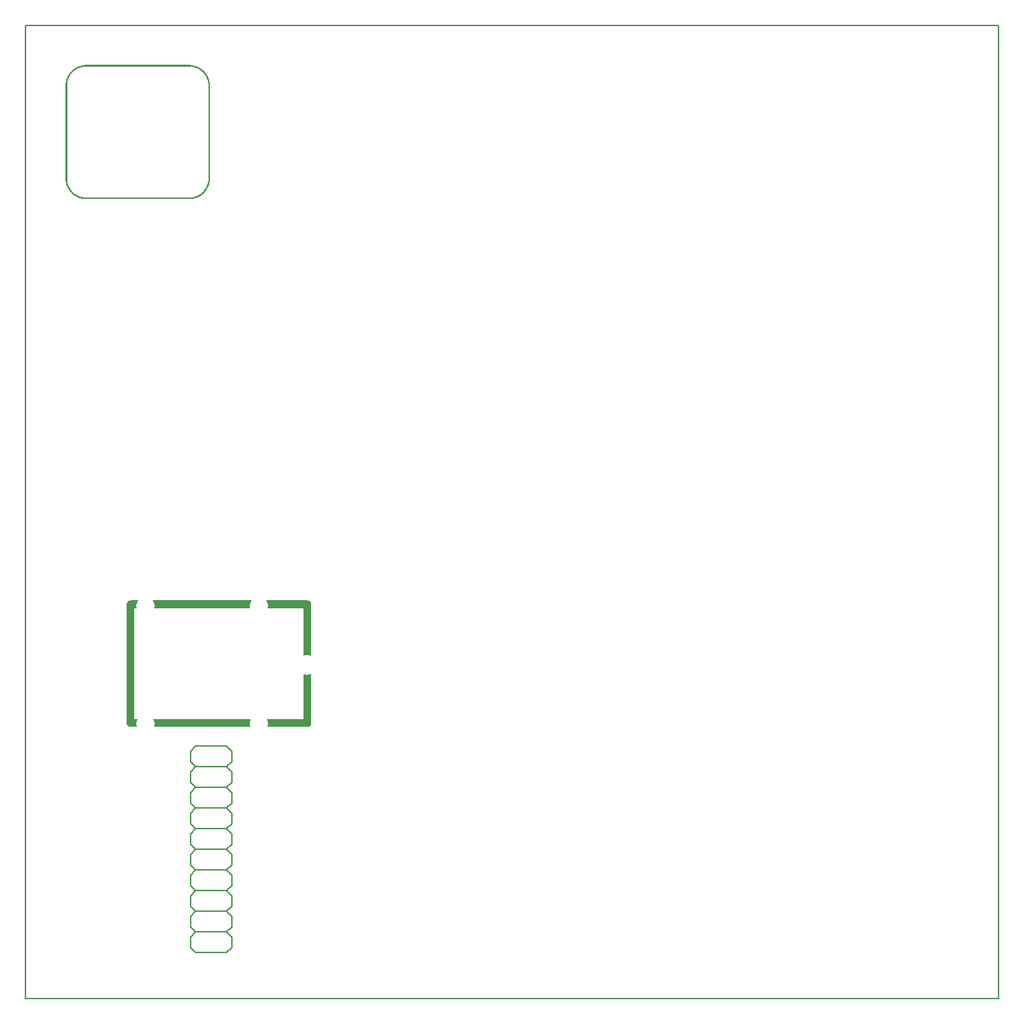
<source format=gto>
G04 MADE WITH FRITZING*
G04 WWW.FRITZING.ORG*
G04 DOUBLE SIDED*
G04 HOLES PLATED*
G04 CONTOUR ON CENTER OF CONTOUR VECTOR*
%ASAXBY*%
%FSLAX23Y23*%
%MOIN*%
%OFA0B0*%
%SFA1.0B1.0*%
%ADD10R,4.724420X4.724420X4.708420X4.708420*%
%ADD11C,0.008000*%
%ADD12C,0.006000*%
%ADD13R,0.001000X0.001000*%
%LNSILK1*%
G90*
G70*
G54D11*
X4Y4720D02*
X4720Y4720D01*
X4720Y4D01*
X4Y4D01*
X4Y4720D01*
D02*
G54D12*
X830Y1227D02*
X805Y1202D01*
D02*
X805Y1152D02*
X830Y1127D01*
D02*
X830Y1127D02*
X805Y1102D01*
D02*
X805Y1052D02*
X830Y1027D01*
D02*
X830Y1027D02*
X805Y1002D01*
D02*
X805Y952D02*
X830Y927D01*
D02*
X830Y927D02*
X805Y902D01*
D02*
X805Y852D02*
X830Y827D01*
D02*
X830Y827D02*
X805Y802D01*
D02*
X805Y752D02*
X830Y727D01*
D02*
X830Y727D02*
X805Y702D01*
D02*
X805Y652D02*
X830Y627D01*
D02*
X830Y1227D02*
X980Y1227D01*
D02*
X980Y1227D02*
X1005Y1202D01*
D02*
X1005Y1202D02*
X1005Y1152D01*
D02*
X1005Y1152D02*
X980Y1127D01*
D02*
X980Y1127D02*
X1005Y1102D01*
D02*
X1005Y1102D02*
X1005Y1052D01*
D02*
X1005Y1052D02*
X980Y1027D01*
D02*
X980Y1027D02*
X1005Y1002D01*
D02*
X1005Y1002D02*
X1005Y952D01*
D02*
X1005Y952D02*
X980Y927D01*
D02*
X980Y927D02*
X1005Y902D01*
D02*
X1005Y902D02*
X1005Y852D01*
D02*
X1005Y852D02*
X980Y827D01*
D02*
X980Y827D02*
X1005Y802D01*
D02*
X1005Y802D02*
X1005Y752D01*
D02*
X1005Y752D02*
X980Y727D01*
D02*
X980Y727D02*
X1005Y702D01*
D02*
X1005Y702D02*
X1005Y652D01*
D02*
X1005Y652D02*
X980Y627D01*
D02*
X980Y627D02*
X1005Y602D01*
D02*
X1005Y602D02*
X1005Y552D01*
D02*
X1005Y552D02*
X980Y527D01*
D02*
X980Y527D02*
X1005Y502D01*
D02*
X1005Y502D02*
X1005Y452D01*
D02*
X1005Y452D02*
X980Y427D01*
D02*
X980Y427D02*
X1005Y402D01*
D02*
X1005Y402D02*
X1005Y352D01*
D02*
X1005Y352D02*
X980Y327D01*
D02*
X830Y327D02*
X805Y352D01*
D02*
X830Y427D02*
X805Y402D01*
D02*
X830Y427D02*
X805Y452D01*
D02*
X830Y527D02*
X805Y502D01*
D02*
X830Y527D02*
X805Y552D01*
D02*
X830Y627D02*
X805Y602D01*
D02*
X980Y1127D02*
X830Y1127D01*
D02*
X980Y1027D02*
X830Y1027D01*
D02*
X980Y927D02*
X830Y927D01*
D02*
X980Y827D02*
X830Y827D01*
D02*
X980Y727D02*
X830Y727D01*
D02*
X980Y627D02*
X830Y627D01*
D02*
X980Y527D02*
X830Y527D01*
D02*
X980Y427D02*
X830Y427D01*
D02*
X980Y327D02*
X830Y327D01*
D02*
X805Y402D02*
X805Y352D01*
D02*
X805Y502D02*
X805Y452D01*
D02*
X805Y602D02*
X805Y552D01*
D02*
X805Y702D02*
X805Y652D01*
D02*
X805Y802D02*
X805Y752D01*
D02*
X805Y902D02*
X805Y852D01*
D02*
X805Y1002D02*
X805Y952D01*
D02*
X805Y1102D02*
X805Y1052D01*
D02*
X805Y1202D02*
X805Y1152D01*
D02*
X980Y327D02*
X1005Y302D01*
D02*
X1005Y302D02*
X1005Y252D01*
D02*
X1005Y252D02*
X980Y227D01*
D02*
X830Y227D02*
X805Y252D01*
D02*
X830Y327D02*
X805Y302D01*
D02*
X980Y227D02*
X830Y227D01*
D02*
X805Y302D02*
X805Y252D01*
G54D13*
X293Y4527D02*
X805Y4527D01*
X284Y4526D02*
X814Y4526D01*
X279Y4525D02*
X819Y4525D01*
X275Y4524D02*
X823Y4524D01*
X271Y4523D02*
X827Y4523D01*
X268Y4522D02*
X830Y4522D01*
X265Y4521D02*
X833Y4521D01*
X262Y4520D02*
X836Y4520D01*
X260Y4519D02*
X291Y4519D01*
X807Y4519D02*
X838Y4519D01*
X258Y4518D02*
X283Y4518D01*
X815Y4518D02*
X840Y4518D01*
X256Y4517D02*
X278Y4517D01*
X820Y4517D02*
X842Y4517D01*
X254Y4516D02*
X274Y4516D01*
X824Y4516D02*
X844Y4516D01*
X252Y4515D02*
X271Y4515D01*
X827Y4515D02*
X846Y4515D01*
X250Y4514D02*
X268Y4514D01*
X830Y4514D02*
X848Y4514D01*
X248Y4513D02*
X265Y4513D01*
X833Y4513D02*
X850Y4513D01*
X247Y4512D02*
X263Y4512D01*
X835Y4512D02*
X851Y4512D01*
X245Y4511D02*
X260Y4511D01*
X837Y4511D02*
X853Y4511D01*
X243Y4510D02*
X258Y4510D01*
X840Y4510D02*
X854Y4510D01*
X242Y4509D02*
X256Y4509D01*
X842Y4509D02*
X856Y4509D01*
X241Y4508D02*
X254Y4508D01*
X844Y4508D02*
X857Y4508D01*
X239Y4507D02*
X253Y4507D01*
X845Y4507D02*
X859Y4507D01*
X238Y4506D02*
X251Y4506D01*
X847Y4506D02*
X860Y4506D01*
X237Y4505D02*
X249Y4505D01*
X849Y4505D02*
X861Y4505D01*
X235Y4504D02*
X248Y4504D01*
X850Y4504D02*
X863Y4504D01*
X234Y4503D02*
X246Y4503D01*
X852Y4503D02*
X864Y4503D01*
X233Y4502D02*
X245Y4502D01*
X853Y4502D02*
X865Y4502D01*
X232Y4501D02*
X244Y4501D01*
X854Y4501D02*
X866Y4501D01*
X231Y4500D02*
X242Y4500D01*
X856Y4500D02*
X867Y4500D01*
X230Y4499D02*
X241Y4499D01*
X857Y4499D02*
X868Y4499D01*
X229Y4498D02*
X240Y4498D01*
X858Y4498D02*
X869Y4498D01*
X228Y4497D02*
X239Y4497D01*
X859Y4497D02*
X870Y4497D01*
X227Y4496D02*
X237Y4496D01*
X860Y4496D02*
X871Y4496D01*
X226Y4495D02*
X236Y4495D01*
X862Y4495D02*
X872Y4495D01*
X225Y4494D02*
X235Y4494D01*
X863Y4494D02*
X873Y4494D01*
X224Y4493D02*
X234Y4493D01*
X864Y4493D02*
X874Y4493D01*
X223Y4492D02*
X233Y4492D01*
X865Y4492D02*
X875Y4492D01*
X222Y4491D02*
X232Y4491D01*
X866Y4491D02*
X876Y4491D01*
X222Y4490D02*
X231Y4490D01*
X867Y4490D02*
X876Y4490D01*
X221Y4489D02*
X230Y4489D01*
X868Y4489D02*
X877Y4489D01*
X220Y4488D02*
X230Y4488D01*
X868Y4488D02*
X878Y4488D01*
X219Y4487D02*
X229Y4487D01*
X869Y4487D02*
X879Y4487D01*
X219Y4486D02*
X228Y4486D01*
X870Y4486D02*
X879Y4486D01*
X218Y4485D02*
X227Y4485D01*
X871Y4485D02*
X880Y4485D01*
X217Y4484D02*
X226Y4484D01*
X872Y4484D02*
X881Y4484D01*
X217Y4483D02*
X225Y4483D01*
X873Y4483D02*
X881Y4483D01*
X216Y4482D02*
X225Y4482D01*
X873Y4482D02*
X882Y4482D01*
X215Y4481D02*
X224Y4481D01*
X874Y4481D02*
X883Y4481D01*
X215Y4480D02*
X223Y4480D01*
X875Y4480D02*
X883Y4480D01*
X214Y4479D02*
X222Y4479D01*
X876Y4479D02*
X884Y4479D01*
X214Y4478D02*
X222Y4478D01*
X876Y4478D02*
X884Y4478D01*
X213Y4477D02*
X221Y4477D01*
X877Y4477D02*
X885Y4477D01*
X212Y4476D02*
X220Y4476D01*
X877Y4476D02*
X886Y4476D01*
X212Y4475D02*
X220Y4475D01*
X878Y4475D02*
X886Y4475D01*
X211Y4474D02*
X219Y4474D01*
X879Y4474D02*
X887Y4474D01*
X211Y4473D02*
X219Y4473D01*
X879Y4473D02*
X887Y4473D01*
X210Y4472D02*
X218Y4472D01*
X880Y4472D02*
X888Y4472D01*
X210Y4471D02*
X218Y4471D01*
X880Y4471D02*
X888Y4471D01*
X209Y4470D02*
X217Y4470D01*
X881Y4470D02*
X889Y4470D01*
X209Y4469D02*
X216Y4469D01*
X882Y4469D02*
X889Y4469D01*
X208Y4468D02*
X216Y4468D01*
X882Y4468D02*
X890Y4468D01*
X208Y4467D02*
X216Y4467D01*
X882Y4467D02*
X890Y4467D01*
X207Y4466D02*
X215Y4466D01*
X883Y4466D02*
X891Y4466D01*
X207Y4465D02*
X215Y4465D01*
X883Y4465D02*
X891Y4465D01*
X207Y4464D02*
X214Y4464D01*
X884Y4464D02*
X891Y4464D01*
X206Y4463D02*
X214Y4463D01*
X884Y4463D02*
X892Y4463D01*
X206Y4462D02*
X213Y4462D01*
X885Y4462D02*
X892Y4462D01*
X205Y4461D02*
X213Y4461D01*
X885Y4461D02*
X893Y4461D01*
X205Y4460D02*
X212Y4460D01*
X886Y4460D02*
X893Y4460D01*
X205Y4459D02*
X212Y4459D01*
X886Y4459D02*
X893Y4459D01*
X204Y4458D02*
X212Y4458D01*
X886Y4458D02*
X894Y4458D01*
X204Y4457D02*
X211Y4457D01*
X887Y4457D02*
X894Y4457D01*
X204Y4456D02*
X211Y4456D01*
X887Y4456D02*
X894Y4456D01*
X203Y4455D02*
X211Y4455D01*
X887Y4455D02*
X894Y4455D01*
X203Y4454D02*
X210Y4454D01*
X888Y4454D02*
X895Y4454D01*
X203Y4453D02*
X210Y4453D01*
X888Y4453D02*
X895Y4453D01*
X203Y4452D02*
X210Y4452D01*
X888Y4452D02*
X895Y4452D01*
X202Y4451D02*
X210Y4451D01*
X888Y4451D02*
X896Y4451D01*
X202Y4450D02*
X209Y4450D01*
X889Y4450D02*
X896Y4450D01*
X202Y4449D02*
X209Y4449D01*
X889Y4449D02*
X896Y4449D01*
X202Y4448D02*
X209Y4448D01*
X889Y4448D02*
X896Y4448D01*
X202Y4447D02*
X209Y4447D01*
X889Y4447D02*
X896Y4447D01*
X201Y4446D02*
X208Y4446D01*
X890Y4446D02*
X897Y4446D01*
X201Y4445D02*
X208Y4445D01*
X890Y4445D02*
X897Y4445D01*
X201Y4444D02*
X208Y4444D01*
X890Y4444D02*
X897Y4444D01*
X201Y4443D02*
X208Y4443D01*
X890Y4443D02*
X897Y4443D01*
X201Y4442D02*
X208Y4442D01*
X890Y4442D02*
X897Y4442D01*
X200Y4441D02*
X208Y4441D01*
X890Y4441D02*
X897Y4441D01*
X200Y4440D02*
X207Y4440D01*
X891Y4440D02*
X898Y4440D01*
X200Y4439D02*
X207Y4439D01*
X891Y4439D02*
X898Y4439D01*
X200Y4438D02*
X207Y4438D01*
X891Y4438D02*
X898Y4438D01*
X200Y4437D02*
X207Y4437D01*
X891Y4437D02*
X898Y4437D01*
X200Y4436D02*
X207Y4436D01*
X891Y4436D02*
X898Y4436D01*
X200Y4435D02*
X207Y4435D01*
X891Y4435D02*
X898Y4435D01*
X200Y4434D02*
X207Y4434D01*
X891Y4434D02*
X898Y4434D01*
X200Y4433D02*
X207Y4433D01*
X891Y4433D02*
X898Y4433D01*
X200Y4432D02*
X207Y4432D01*
X891Y4432D02*
X898Y4432D01*
X200Y4431D02*
X207Y4431D01*
X891Y4431D02*
X898Y4431D01*
X200Y4430D02*
X207Y4430D01*
X891Y4430D02*
X898Y4430D01*
X199Y4429D02*
X207Y4429D01*
X891Y4429D02*
X898Y4429D01*
X199Y4428D02*
X207Y4428D01*
X891Y4428D02*
X898Y4428D01*
X200Y4427D02*
X207Y4427D01*
X891Y4427D02*
X898Y4427D01*
X200Y4426D02*
X207Y4426D01*
X891Y4426D02*
X898Y4426D01*
X200Y4425D02*
X207Y4425D01*
X891Y4425D02*
X898Y4425D01*
X199Y4424D02*
X207Y4424D01*
X891Y4424D02*
X899Y4424D01*
X200Y4423D02*
X207Y4423D01*
X891Y4423D02*
X898Y4423D01*
X200Y4422D02*
X207Y4422D01*
X891Y4422D02*
X898Y4422D01*
X200Y4421D02*
X207Y4421D01*
X891Y4421D02*
X898Y4421D01*
X200Y4420D02*
X207Y4420D01*
X891Y4420D02*
X898Y4420D01*
X200Y4419D02*
X207Y4419D01*
X891Y4419D02*
X898Y4419D01*
X200Y4418D02*
X207Y4418D01*
X891Y4418D02*
X898Y4418D01*
X200Y4417D02*
X207Y4417D01*
X891Y4417D02*
X898Y4417D01*
X200Y4416D02*
X207Y4416D01*
X891Y4416D02*
X898Y4416D01*
X200Y4415D02*
X207Y4415D01*
X891Y4415D02*
X898Y4415D01*
X200Y4414D02*
X207Y4414D01*
X891Y4414D02*
X898Y4414D01*
X200Y4413D02*
X207Y4413D01*
X891Y4413D02*
X898Y4413D01*
X200Y4412D02*
X207Y4412D01*
X891Y4412D02*
X898Y4412D01*
X200Y4411D02*
X207Y4411D01*
X891Y4411D02*
X898Y4411D01*
X200Y4410D02*
X207Y4410D01*
X891Y4410D02*
X898Y4410D01*
X200Y4409D02*
X207Y4409D01*
X891Y4409D02*
X898Y4409D01*
X200Y4408D02*
X207Y4408D01*
X891Y4408D02*
X898Y4408D01*
X200Y4407D02*
X207Y4407D01*
X891Y4407D02*
X898Y4407D01*
X200Y4406D02*
X207Y4406D01*
X891Y4406D02*
X898Y4406D01*
X200Y4405D02*
X207Y4405D01*
X891Y4405D02*
X898Y4405D01*
X200Y4404D02*
X207Y4404D01*
X891Y4404D02*
X898Y4404D01*
X200Y4403D02*
X207Y4403D01*
X891Y4403D02*
X898Y4403D01*
X200Y4402D02*
X207Y4402D01*
X891Y4402D02*
X898Y4402D01*
X200Y4401D02*
X207Y4401D01*
X891Y4401D02*
X898Y4401D01*
X200Y4400D02*
X207Y4400D01*
X891Y4400D02*
X898Y4400D01*
X200Y4399D02*
X207Y4399D01*
X891Y4399D02*
X898Y4399D01*
X200Y4398D02*
X207Y4398D01*
X891Y4398D02*
X898Y4398D01*
X200Y4397D02*
X207Y4397D01*
X891Y4397D02*
X898Y4397D01*
X200Y4396D02*
X207Y4396D01*
X891Y4396D02*
X898Y4396D01*
X200Y4395D02*
X207Y4395D01*
X891Y4395D02*
X898Y4395D01*
X200Y4394D02*
X207Y4394D01*
X891Y4394D02*
X898Y4394D01*
X200Y4393D02*
X207Y4393D01*
X891Y4393D02*
X898Y4393D01*
X200Y4392D02*
X207Y4392D01*
X891Y4392D02*
X898Y4392D01*
X200Y4391D02*
X207Y4391D01*
X891Y4391D02*
X898Y4391D01*
X200Y4390D02*
X207Y4390D01*
X891Y4390D02*
X898Y4390D01*
X200Y4389D02*
X207Y4389D01*
X891Y4389D02*
X898Y4389D01*
X200Y4388D02*
X207Y4388D01*
X891Y4388D02*
X898Y4388D01*
X200Y4387D02*
X207Y4387D01*
X891Y4387D02*
X898Y4387D01*
X200Y4386D02*
X207Y4386D01*
X891Y4386D02*
X898Y4386D01*
X200Y4385D02*
X207Y4385D01*
X891Y4385D02*
X898Y4385D01*
X200Y4384D02*
X207Y4384D01*
X891Y4384D02*
X898Y4384D01*
X200Y4383D02*
X207Y4383D01*
X891Y4383D02*
X898Y4383D01*
X200Y4382D02*
X207Y4382D01*
X891Y4382D02*
X898Y4382D01*
X200Y4381D02*
X207Y4381D01*
X891Y4381D02*
X898Y4381D01*
X200Y4380D02*
X207Y4380D01*
X891Y4380D02*
X898Y4380D01*
X200Y4379D02*
X207Y4379D01*
X891Y4379D02*
X898Y4379D01*
X200Y4378D02*
X207Y4378D01*
X891Y4378D02*
X898Y4378D01*
X200Y4377D02*
X207Y4377D01*
X891Y4377D02*
X898Y4377D01*
X200Y4376D02*
X207Y4376D01*
X891Y4376D02*
X898Y4376D01*
X200Y4375D02*
X207Y4375D01*
X891Y4375D02*
X898Y4375D01*
X200Y4374D02*
X207Y4374D01*
X891Y4374D02*
X898Y4374D01*
X200Y4373D02*
X207Y4373D01*
X891Y4373D02*
X898Y4373D01*
X200Y4372D02*
X207Y4372D01*
X891Y4372D02*
X898Y4372D01*
X200Y4371D02*
X207Y4371D01*
X891Y4371D02*
X898Y4371D01*
X200Y4370D02*
X207Y4370D01*
X891Y4370D02*
X898Y4370D01*
X200Y4369D02*
X207Y4369D01*
X891Y4369D02*
X898Y4369D01*
X200Y4368D02*
X207Y4368D01*
X891Y4368D02*
X898Y4368D01*
X200Y4367D02*
X207Y4367D01*
X891Y4367D02*
X898Y4367D01*
X200Y4366D02*
X207Y4366D01*
X891Y4366D02*
X898Y4366D01*
X200Y4365D02*
X207Y4365D01*
X891Y4365D02*
X898Y4365D01*
X200Y4364D02*
X207Y4364D01*
X891Y4364D02*
X898Y4364D01*
X200Y4363D02*
X207Y4363D01*
X891Y4363D02*
X898Y4363D01*
X200Y4362D02*
X207Y4362D01*
X891Y4362D02*
X898Y4362D01*
X200Y4361D02*
X207Y4361D01*
X891Y4361D02*
X898Y4361D01*
X200Y4360D02*
X207Y4360D01*
X891Y4360D02*
X898Y4360D01*
X200Y4359D02*
X207Y4359D01*
X891Y4359D02*
X898Y4359D01*
X200Y4358D02*
X207Y4358D01*
X891Y4358D02*
X898Y4358D01*
X200Y4357D02*
X207Y4357D01*
X891Y4357D02*
X898Y4357D01*
X200Y4356D02*
X207Y4356D01*
X891Y4356D02*
X898Y4356D01*
X200Y4355D02*
X207Y4355D01*
X891Y4355D02*
X898Y4355D01*
X200Y4354D02*
X207Y4354D01*
X891Y4354D02*
X898Y4354D01*
X200Y4353D02*
X207Y4353D01*
X891Y4353D02*
X898Y4353D01*
X200Y4352D02*
X207Y4352D01*
X891Y4352D02*
X898Y4352D01*
X200Y4351D02*
X207Y4351D01*
X891Y4351D02*
X898Y4351D01*
X200Y4350D02*
X207Y4350D01*
X891Y4350D02*
X898Y4350D01*
X200Y4349D02*
X207Y4349D01*
X891Y4349D02*
X898Y4349D01*
X200Y4348D02*
X207Y4348D01*
X891Y4348D02*
X898Y4348D01*
X200Y4347D02*
X207Y4347D01*
X891Y4347D02*
X898Y4347D01*
X200Y4346D02*
X207Y4346D01*
X891Y4346D02*
X898Y4346D01*
X200Y4345D02*
X207Y4345D01*
X891Y4345D02*
X898Y4345D01*
X200Y4344D02*
X207Y4344D01*
X891Y4344D02*
X898Y4344D01*
X200Y4343D02*
X207Y4343D01*
X891Y4343D02*
X898Y4343D01*
X200Y4342D02*
X207Y4342D01*
X891Y4342D02*
X898Y4342D01*
X200Y4341D02*
X207Y4341D01*
X891Y4341D02*
X898Y4341D01*
X200Y4340D02*
X207Y4340D01*
X891Y4340D02*
X898Y4340D01*
X200Y4339D02*
X207Y4339D01*
X891Y4339D02*
X898Y4339D01*
X200Y4338D02*
X207Y4338D01*
X891Y4338D02*
X898Y4338D01*
X200Y4337D02*
X207Y4337D01*
X891Y4337D02*
X898Y4337D01*
X200Y4336D02*
X207Y4336D01*
X891Y4336D02*
X898Y4336D01*
X200Y4335D02*
X207Y4335D01*
X891Y4335D02*
X898Y4335D01*
X200Y4334D02*
X207Y4334D01*
X891Y4334D02*
X898Y4334D01*
X200Y4333D02*
X207Y4333D01*
X891Y4333D02*
X898Y4333D01*
X200Y4332D02*
X207Y4332D01*
X891Y4332D02*
X898Y4332D01*
X200Y4331D02*
X207Y4331D01*
X891Y4331D02*
X898Y4331D01*
X200Y4330D02*
X207Y4330D01*
X891Y4330D02*
X898Y4330D01*
X200Y4329D02*
X207Y4329D01*
X891Y4329D02*
X898Y4329D01*
X200Y4328D02*
X207Y4328D01*
X891Y4328D02*
X898Y4328D01*
X200Y4327D02*
X207Y4327D01*
X891Y4327D02*
X898Y4327D01*
X200Y4326D02*
X207Y4326D01*
X891Y4326D02*
X898Y4326D01*
X200Y4325D02*
X207Y4325D01*
X891Y4325D02*
X898Y4325D01*
X200Y4324D02*
X207Y4324D01*
X891Y4324D02*
X898Y4324D01*
X200Y4323D02*
X207Y4323D01*
X891Y4323D02*
X898Y4323D01*
X200Y4322D02*
X207Y4322D01*
X891Y4322D02*
X898Y4322D01*
X200Y4321D02*
X207Y4321D01*
X891Y4321D02*
X898Y4321D01*
X200Y4320D02*
X207Y4320D01*
X891Y4320D02*
X898Y4320D01*
X200Y4319D02*
X207Y4319D01*
X891Y4319D02*
X898Y4319D01*
X200Y4318D02*
X207Y4318D01*
X891Y4318D02*
X898Y4318D01*
X200Y4317D02*
X207Y4317D01*
X891Y4317D02*
X898Y4317D01*
X200Y4316D02*
X207Y4316D01*
X891Y4316D02*
X898Y4316D01*
X200Y4315D02*
X207Y4315D01*
X891Y4315D02*
X898Y4315D01*
X200Y4314D02*
X207Y4314D01*
X891Y4314D02*
X898Y4314D01*
X200Y4313D02*
X207Y4313D01*
X891Y4313D02*
X898Y4313D01*
X200Y4312D02*
X207Y4312D01*
X891Y4312D02*
X898Y4312D01*
X200Y4311D02*
X207Y4311D01*
X891Y4311D02*
X898Y4311D01*
X200Y4310D02*
X207Y4310D01*
X891Y4310D02*
X898Y4310D01*
X200Y4309D02*
X207Y4309D01*
X891Y4309D02*
X898Y4309D01*
X200Y4308D02*
X207Y4308D01*
X891Y4308D02*
X898Y4308D01*
X200Y4307D02*
X207Y4307D01*
X891Y4307D02*
X898Y4307D01*
X200Y4306D02*
X207Y4306D01*
X891Y4306D02*
X898Y4306D01*
X200Y4305D02*
X207Y4305D01*
X891Y4305D02*
X898Y4305D01*
X200Y4304D02*
X207Y4304D01*
X891Y4304D02*
X898Y4304D01*
X200Y4303D02*
X207Y4303D01*
X891Y4303D02*
X898Y4303D01*
X200Y4302D02*
X207Y4302D01*
X891Y4302D02*
X898Y4302D01*
X200Y4301D02*
X207Y4301D01*
X891Y4301D02*
X898Y4301D01*
X200Y4300D02*
X207Y4300D01*
X891Y4300D02*
X898Y4300D01*
X200Y4299D02*
X207Y4299D01*
X891Y4299D02*
X898Y4299D01*
X200Y4298D02*
X207Y4298D01*
X891Y4298D02*
X898Y4298D01*
X200Y4297D02*
X207Y4297D01*
X891Y4297D02*
X898Y4297D01*
X200Y4296D02*
X207Y4296D01*
X891Y4296D02*
X898Y4296D01*
X200Y4295D02*
X207Y4295D01*
X891Y4295D02*
X898Y4295D01*
X200Y4294D02*
X207Y4294D01*
X891Y4294D02*
X898Y4294D01*
X200Y4293D02*
X207Y4293D01*
X891Y4293D02*
X898Y4293D01*
X200Y4292D02*
X207Y4292D01*
X891Y4292D02*
X898Y4292D01*
X200Y4291D02*
X207Y4291D01*
X891Y4291D02*
X898Y4291D01*
X200Y4290D02*
X207Y4290D01*
X891Y4290D02*
X898Y4290D01*
X200Y4289D02*
X207Y4289D01*
X891Y4289D02*
X898Y4289D01*
X200Y4288D02*
X207Y4288D01*
X891Y4288D02*
X898Y4288D01*
X200Y4287D02*
X207Y4287D01*
X891Y4287D02*
X898Y4287D01*
X200Y4286D02*
X207Y4286D01*
X891Y4286D02*
X898Y4286D01*
X200Y4285D02*
X207Y4285D01*
X891Y4285D02*
X898Y4285D01*
X200Y4284D02*
X207Y4284D01*
X891Y4284D02*
X898Y4284D01*
X200Y4283D02*
X207Y4283D01*
X891Y4283D02*
X898Y4283D01*
X200Y4282D02*
X207Y4282D01*
X891Y4282D02*
X898Y4282D01*
X200Y4281D02*
X207Y4281D01*
X891Y4281D02*
X898Y4281D01*
X200Y4280D02*
X207Y4280D01*
X891Y4280D02*
X898Y4280D01*
X200Y4279D02*
X207Y4279D01*
X891Y4279D02*
X898Y4279D01*
X200Y4278D02*
X207Y4278D01*
X891Y4278D02*
X898Y4278D01*
X200Y4277D02*
X207Y4277D01*
X891Y4277D02*
X898Y4277D01*
X200Y4276D02*
X207Y4276D01*
X891Y4276D02*
X898Y4276D01*
X200Y4275D02*
X207Y4275D01*
X891Y4275D02*
X898Y4275D01*
X200Y4274D02*
X207Y4274D01*
X891Y4274D02*
X898Y4274D01*
X200Y4273D02*
X207Y4273D01*
X891Y4273D02*
X898Y4273D01*
X200Y4272D02*
X207Y4272D01*
X891Y4272D02*
X898Y4272D01*
X200Y4271D02*
X207Y4271D01*
X891Y4271D02*
X898Y4271D01*
X200Y4270D02*
X207Y4270D01*
X891Y4270D02*
X898Y4270D01*
X200Y4269D02*
X207Y4269D01*
X891Y4269D02*
X898Y4269D01*
X200Y4268D02*
X207Y4268D01*
X891Y4268D02*
X898Y4268D01*
X200Y4267D02*
X207Y4267D01*
X891Y4267D02*
X898Y4267D01*
X200Y4266D02*
X207Y4266D01*
X891Y4266D02*
X898Y4266D01*
X200Y4265D02*
X207Y4265D01*
X891Y4265D02*
X898Y4265D01*
X200Y4264D02*
X207Y4264D01*
X891Y4264D02*
X898Y4264D01*
X200Y4263D02*
X207Y4263D01*
X891Y4263D02*
X898Y4263D01*
X200Y4262D02*
X207Y4262D01*
X891Y4262D02*
X898Y4262D01*
X200Y4261D02*
X207Y4261D01*
X891Y4261D02*
X898Y4261D01*
X200Y4260D02*
X207Y4260D01*
X891Y4260D02*
X898Y4260D01*
X200Y4259D02*
X207Y4259D01*
X891Y4259D02*
X898Y4259D01*
X200Y4258D02*
X207Y4258D01*
X891Y4258D02*
X898Y4258D01*
X200Y4257D02*
X207Y4257D01*
X891Y4257D02*
X898Y4257D01*
X200Y4256D02*
X207Y4256D01*
X891Y4256D02*
X898Y4256D01*
X200Y4255D02*
X207Y4255D01*
X891Y4255D02*
X898Y4255D01*
X200Y4254D02*
X207Y4254D01*
X891Y4254D02*
X898Y4254D01*
X200Y4253D02*
X207Y4253D01*
X891Y4253D02*
X898Y4253D01*
X200Y4252D02*
X207Y4252D01*
X891Y4252D02*
X898Y4252D01*
X200Y4251D02*
X207Y4251D01*
X891Y4251D02*
X898Y4251D01*
X200Y4250D02*
X207Y4250D01*
X891Y4250D02*
X898Y4250D01*
X200Y4249D02*
X207Y4249D01*
X891Y4249D02*
X898Y4249D01*
X200Y4248D02*
X207Y4248D01*
X891Y4248D02*
X898Y4248D01*
X200Y4247D02*
X207Y4247D01*
X891Y4247D02*
X898Y4247D01*
X200Y4246D02*
X207Y4246D01*
X891Y4246D02*
X898Y4246D01*
X200Y4245D02*
X207Y4245D01*
X891Y4245D02*
X898Y4245D01*
X200Y4244D02*
X207Y4244D01*
X891Y4244D02*
X898Y4244D01*
X200Y4243D02*
X207Y4243D01*
X891Y4243D02*
X898Y4243D01*
X200Y4242D02*
X207Y4242D01*
X891Y4242D02*
X898Y4242D01*
X200Y4241D02*
X207Y4241D01*
X891Y4241D02*
X898Y4241D01*
X200Y4240D02*
X207Y4240D01*
X891Y4240D02*
X898Y4240D01*
X200Y4239D02*
X207Y4239D01*
X891Y4239D02*
X898Y4239D01*
X200Y4238D02*
X207Y4238D01*
X891Y4238D02*
X898Y4238D01*
X200Y4237D02*
X207Y4237D01*
X891Y4237D02*
X898Y4237D01*
X200Y4236D02*
X207Y4236D01*
X891Y4236D02*
X898Y4236D01*
X200Y4235D02*
X207Y4235D01*
X891Y4235D02*
X898Y4235D01*
X200Y4234D02*
X207Y4234D01*
X891Y4234D02*
X898Y4234D01*
X200Y4233D02*
X207Y4233D01*
X891Y4233D02*
X898Y4233D01*
X200Y4232D02*
X207Y4232D01*
X891Y4232D02*
X898Y4232D01*
X200Y4231D02*
X207Y4231D01*
X891Y4231D02*
X898Y4231D01*
X200Y4230D02*
X207Y4230D01*
X891Y4230D02*
X898Y4230D01*
X200Y4229D02*
X207Y4229D01*
X891Y4229D02*
X898Y4229D01*
X200Y4228D02*
X207Y4228D01*
X891Y4228D02*
X898Y4228D01*
X200Y4227D02*
X207Y4227D01*
X891Y4227D02*
X898Y4227D01*
X200Y4226D02*
X207Y4226D01*
X891Y4226D02*
X898Y4226D01*
X200Y4225D02*
X207Y4225D01*
X891Y4225D02*
X898Y4225D01*
X200Y4224D02*
X207Y4224D01*
X891Y4224D02*
X898Y4224D01*
X200Y4223D02*
X207Y4223D01*
X891Y4223D02*
X898Y4223D01*
X200Y4222D02*
X207Y4222D01*
X891Y4222D02*
X898Y4222D01*
X200Y4221D02*
X207Y4221D01*
X891Y4221D02*
X898Y4221D01*
X200Y4220D02*
X207Y4220D01*
X891Y4220D02*
X898Y4220D01*
X200Y4219D02*
X207Y4219D01*
X891Y4219D02*
X898Y4219D01*
X200Y4218D02*
X207Y4218D01*
X891Y4218D02*
X898Y4218D01*
X200Y4217D02*
X207Y4217D01*
X891Y4217D02*
X898Y4217D01*
X200Y4216D02*
X207Y4216D01*
X891Y4216D02*
X898Y4216D01*
X200Y4215D02*
X207Y4215D01*
X891Y4215D02*
X898Y4215D01*
X200Y4214D02*
X207Y4214D01*
X891Y4214D02*
X898Y4214D01*
X200Y4213D02*
X207Y4213D01*
X891Y4213D02*
X898Y4213D01*
X200Y4212D02*
X207Y4212D01*
X891Y4212D02*
X898Y4212D01*
X200Y4211D02*
X207Y4211D01*
X891Y4211D02*
X898Y4211D01*
X200Y4210D02*
X207Y4210D01*
X891Y4210D02*
X898Y4210D01*
X200Y4209D02*
X207Y4209D01*
X891Y4209D02*
X898Y4209D01*
X200Y4208D02*
X207Y4208D01*
X891Y4208D02*
X898Y4208D01*
X200Y4207D02*
X207Y4207D01*
X891Y4207D02*
X898Y4207D01*
X200Y4206D02*
X207Y4206D01*
X891Y4206D02*
X898Y4206D01*
X200Y4205D02*
X207Y4205D01*
X891Y4205D02*
X898Y4205D01*
X200Y4204D02*
X207Y4204D01*
X891Y4204D02*
X898Y4204D01*
X200Y4203D02*
X207Y4203D01*
X891Y4203D02*
X898Y4203D01*
X200Y4202D02*
X207Y4202D01*
X891Y4202D02*
X898Y4202D01*
X200Y4201D02*
X207Y4201D01*
X891Y4201D02*
X898Y4201D01*
X200Y4200D02*
X207Y4200D01*
X891Y4200D02*
X898Y4200D01*
X200Y4199D02*
X207Y4199D01*
X891Y4199D02*
X898Y4199D01*
X200Y4198D02*
X207Y4198D01*
X891Y4198D02*
X898Y4198D01*
X200Y4197D02*
X207Y4197D01*
X891Y4197D02*
X898Y4197D01*
X200Y4196D02*
X207Y4196D01*
X891Y4196D02*
X898Y4196D01*
X200Y4195D02*
X207Y4195D01*
X891Y4195D02*
X898Y4195D01*
X200Y4194D02*
X207Y4194D01*
X891Y4194D02*
X898Y4194D01*
X200Y4193D02*
X207Y4193D01*
X891Y4193D02*
X898Y4193D01*
X200Y4192D02*
X207Y4192D01*
X891Y4192D02*
X898Y4192D01*
X200Y4191D02*
X207Y4191D01*
X891Y4191D02*
X898Y4191D01*
X200Y4190D02*
X207Y4190D01*
X891Y4190D02*
X898Y4190D01*
X200Y4189D02*
X207Y4189D01*
X891Y4189D02*
X898Y4189D01*
X200Y4188D02*
X207Y4188D01*
X891Y4188D02*
X898Y4188D01*
X200Y4187D02*
X207Y4187D01*
X891Y4187D02*
X898Y4187D01*
X200Y4186D02*
X207Y4186D01*
X891Y4186D02*
X898Y4186D01*
X200Y4185D02*
X207Y4185D01*
X891Y4185D02*
X898Y4185D01*
X200Y4184D02*
X207Y4184D01*
X891Y4184D02*
X898Y4184D01*
X200Y4183D02*
X207Y4183D01*
X891Y4183D02*
X898Y4183D01*
X200Y4182D02*
X207Y4182D01*
X891Y4182D02*
X898Y4182D01*
X200Y4181D02*
X207Y4181D01*
X891Y4181D02*
X898Y4181D01*
X200Y4180D02*
X207Y4180D01*
X891Y4180D02*
X898Y4180D01*
X200Y4179D02*
X207Y4179D01*
X891Y4179D02*
X898Y4179D01*
X200Y4178D02*
X207Y4178D01*
X891Y4178D02*
X898Y4178D01*
X200Y4177D02*
X207Y4177D01*
X891Y4177D02*
X898Y4177D01*
X200Y4176D02*
X207Y4176D01*
X891Y4176D02*
X898Y4176D01*
X200Y4175D02*
X207Y4175D01*
X891Y4175D02*
X898Y4175D01*
X200Y4174D02*
X207Y4174D01*
X891Y4174D02*
X898Y4174D01*
X200Y4173D02*
X207Y4173D01*
X891Y4173D02*
X898Y4173D01*
X200Y4172D02*
X207Y4172D01*
X891Y4172D02*
X898Y4172D01*
X200Y4171D02*
X207Y4171D01*
X891Y4171D02*
X898Y4171D01*
X200Y4170D02*
X207Y4170D01*
X891Y4170D02*
X898Y4170D01*
X200Y4169D02*
X207Y4169D01*
X891Y4169D02*
X898Y4169D01*
X200Y4168D02*
X207Y4168D01*
X891Y4168D02*
X898Y4168D01*
X200Y4167D02*
X207Y4167D01*
X891Y4167D02*
X898Y4167D01*
X200Y4166D02*
X207Y4166D01*
X891Y4166D02*
X898Y4166D01*
X200Y4165D02*
X207Y4165D01*
X891Y4165D02*
X898Y4165D01*
X200Y4164D02*
X207Y4164D01*
X891Y4164D02*
X898Y4164D01*
X200Y4163D02*
X207Y4163D01*
X891Y4163D02*
X898Y4163D01*
X200Y4162D02*
X207Y4162D01*
X891Y4162D02*
X898Y4162D01*
X200Y4161D02*
X207Y4161D01*
X891Y4161D02*
X898Y4161D01*
X200Y4160D02*
X207Y4160D01*
X891Y4160D02*
X898Y4160D01*
X200Y4159D02*
X207Y4159D01*
X891Y4159D02*
X898Y4159D01*
X200Y4158D02*
X207Y4158D01*
X891Y4158D02*
X898Y4158D01*
X200Y4157D02*
X207Y4157D01*
X891Y4157D02*
X898Y4157D01*
X200Y4156D02*
X207Y4156D01*
X891Y4156D02*
X898Y4156D01*
X200Y4155D02*
X207Y4155D01*
X891Y4155D02*
X898Y4155D01*
X200Y4154D02*
X207Y4154D01*
X891Y4154D02*
X898Y4154D01*
X200Y4153D02*
X207Y4153D01*
X891Y4153D02*
X898Y4153D01*
X200Y4152D02*
X207Y4152D01*
X891Y4152D02*
X898Y4152D01*
X200Y4151D02*
X207Y4151D01*
X891Y4151D02*
X898Y4151D01*
X200Y4150D02*
X207Y4150D01*
X891Y4150D02*
X898Y4150D01*
X200Y4149D02*
X207Y4149D01*
X891Y4149D02*
X898Y4149D01*
X200Y4148D02*
X207Y4148D01*
X891Y4148D02*
X898Y4148D01*
X200Y4147D02*
X207Y4147D01*
X891Y4147D02*
X898Y4147D01*
X200Y4146D02*
X207Y4146D01*
X891Y4146D02*
X898Y4146D01*
X200Y4145D02*
X207Y4145D01*
X891Y4145D02*
X898Y4145D01*
X200Y4144D02*
X207Y4144D01*
X891Y4144D02*
X898Y4144D01*
X200Y4143D02*
X207Y4143D01*
X891Y4143D02*
X898Y4143D01*
X200Y4142D02*
X207Y4142D01*
X891Y4142D02*
X898Y4142D01*
X200Y4141D02*
X207Y4141D01*
X891Y4141D02*
X898Y4141D01*
X200Y4140D02*
X207Y4140D01*
X891Y4140D02*
X898Y4140D01*
X200Y4139D02*
X207Y4139D01*
X891Y4139D02*
X898Y4139D01*
X200Y4138D02*
X207Y4138D01*
X891Y4138D02*
X898Y4138D01*
X200Y4137D02*
X207Y4137D01*
X891Y4137D02*
X898Y4137D01*
X200Y4136D02*
X207Y4136D01*
X891Y4136D02*
X898Y4136D01*
X200Y4135D02*
X207Y4135D01*
X891Y4135D02*
X898Y4135D01*
X200Y4134D02*
X207Y4134D01*
X891Y4134D02*
X898Y4134D01*
X200Y4133D02*
X207Y4133D01*
X891Y4133D02*
X898Y4133D01*
X200Y4132D02*
X207Y4132D01*
X891Y4132D02*
X898Y4132D01*
X200Y4131D02*
X207Y4131D01*
X891Y4131D02*
X898Y4131D01*
X200Y4130D02*
X207Y4130D01*
X891Y4130D02*
X898Y4130D01*
X200Y4129D02*
X207Y4129D01*
X891Y4129D02*
X898Y4129D01*
X200Y4128D02*
X207Y4128D01*
X891Y4128D02*
X898Y4128D01*
X200Y4127D02*
X207Y4127D01*
X891Y4127D02*
X898Y4127D01*
X200Y4126D02*
X207Y4126D01*
X891Y4126D02*
X898Y4126D01*
X200Y4125D02*
X207Y4125D01*
X891Y4125D02*
X898Y4125D01*
X200Y4124D02*
X207Y4124D01*
X891Y4124D02*
X898Y4124D01*
X200Y4123D02*
X207Y4123D01*
X891Y4123D02*
X898Y4123D01*
X200Y4122D02*
X207Y4122D01*
X891Y4122D02*
X898Y4122D01*
X200Y4121D02*
X207Y4121D01*
X891Y4121D02*
X898Y4121D01*
X200Y4120D02*
X207Y4120D01*
X891Y4120D02*
X898Y4120D01*
X200Y4119D02*
X207Y4119D01*
X891Y4119D02*
X898Y4119D01*
X200Y4118D02*
X207Y4118D01*
X891Y4118D02*
X898Y4118D01*
X200Y4117D02*
X207Y4117D01*
X891Y4117D02*
X898Y4117D01*
X200Y4116D02*
X207Y4116D01*
X891Y4116D02*
X898Y4116D01*
X200Y4115D02*
X207Y4115D01*
X891Y4115D02*
X898Y4115D01*
X200Y4114D02*
X207Y4114D01*
X891Y4114D02*
X898Y4114D01*
X200Y4113D02*
X207Y4113D01*
X891Y4113D02*
X898Y4113D01*
X200Y4112D02*
X207Y4112D01*
X891Y4112D02*
X898Y4112D01*
X200Y4111D02*
X207Y4111D01*
X891Y4111D02*
X898Y4111D01*
X200Y4110D02*
X207Y4110D01*
X891Y4110D02*
X898Y4110D01*
X200Y4109D02*
X207Y4109D01*
X891Y4109D02*
X898Y4109D01*
X200Y4108D02*
X207Y4108D01*
X891Y4108D02*
X898Y4108D01*
X200Y4107D02*
X207Y4107D01*
X891Y4107D02*
X898Y4107D01*
X200Y4106D02*
X207Y4106D01*
X891Y4106D02*
X898Y4106D01*
X200Y4105D02*
X207Y4105D01*
X891Y4105D02*
X898Y4105D01*
X200Y4104D02*
X207Y4104D01*
X891Y4104D02*
X898Y4104D01*
X200Y4103D02*
X207Y4103D01*
X891Y4103D02*
X898Y4103D01*
X200Y4102D02*
X207Y4102D01*
X891Y4102D02*
X898Y4102D01*
X200Y4101D02*
X207Y4101D01*
X891Y4101D02*
X898Y4101D01*
X200Y4100D02*
X207Y4100D01*
X891Y4100D02*
X898Y4100D01*
X200Y4099D02*
X207Y4099D01*
X891Y4099D02*
X898Y4099D01*
X200Y4098D02*
X207Y4098D01*
X891Y4098D02*
X898Y4098D01*
X200Y4097D02*
X207Y4097D01*
X891Y4097D02*
X898Y4097D01*
X200Y4096D02*
X207Y4096D01*
X891Y4096D02*
X898Y4096D01*
X200Y4095D02*
X207Y4095D01*
X891Y4095D02*
X898Y4095D01*
X200Y4094D02*
X207Y4094D01*
X891Y4094D02*
X898Y4094D01*
X200Y4093D02*
X207Y4093D01*
X891Y4093D02*
X898Y4093D01*
X200Y4092D02*
X207Y4092D01*
X891Y4092D02*
X898Y4092D01*
X200Y4091D02*
X207Y4091D01*
X891Y4091D02*
X898Y4091D01*
X200Y4090D02*
X207Y4090D01*
X891Y4090D02*
X898Y4090D01*
X200Y4089D02*
X207Y4089D01*
X891Y4089D02*
X898Y4089D01*
X200Y4088D02*
X207Y4088D01*
X891Y4088D02*
X898Y4088D01*
X200Y4087D02*
X207Y4087D01*
X891Y4087D02*
X898Y4087D01*
X200Y4086D02*
X207Y4086D01*
X891Y4086D02*
X898Y4086D01*
X200Y4085D02*
X207Y4085D01*
X891Y4085D02*
X898Y4085D01*
X200Y4084D02*
X207Y4084D01*
X891Y4084D02*
X898Y4084D01*
X200Y4083D02*
X207Y4083D01*
X891Y4083D02*
X898Y4083D01*
X200Y4082D02*
X207Y4082D01*
X891Y4082D02*
X898Y4082D01*
X200Y4081D02*
X207Y4081D01*
X891Y4081D02*
X898Y4081D01*
X200Y4080D02*
X207Y4080D01*
X891Y4080D02*
X898Y4080D01*
X200Y4079D02*
X207Y4079D01*
X891Y4079D02*
X898Y4079D01*
X200Y4078D02*
X207Y4078D01*
X891Y4078D02*
X898Y4078D01*
X200Y4077D02*
X207Y4077D01*
X891Y4077D02*
X898Y4077D01*
X200Y4076D02*
X207Y4076D01*
X891Y4076D02*
X898Y4076D01*
X200Y4075D02*
X207Y4075D01*
X891Y4075D02*
X898Y4075D01*
X200Y4074D02*
X207Y4074D01*
X891Y4074D02*
X898Y4074D01*
X200Y4073D02*
X207Y4073D01*
X891Y4073D02*
X898Y4073D01*
X200Y4072D02*
X207Y4072D01*
X891Y4072D02*
X898Y4072D01*
X200Y4071D02*
X207Y4071D01*
X891Y4071D02*
X898Y4071D01*
X200Y4070D02*
X207Y4070D01*
X891Y4070D02*
X898Y4070D01*
X200Y4069D02*
X207Y4069D01*
X891Y4069D02*
X898Y4069D01*
X200Y4068D02*
X207Y4068D01*
X891Y4068D02*
X898Y4068D01*
X200Y4067D02*
X207Y4067D01*
X891Y4067D02*
X898Y4067D01*
X200Y4066D02*
X207Y4066D01*
X891Y4066D02*
X898Y4066D01*
X200Y4065D02*
X207Y4065D01*
X891Y4065D02*
X898Y4065D01*
X200Y4064D02*
X207Y4064D01*
X891Y4064D02*
X898Y4064D01*
X200Y4063D02*
X207Y4063D01*
X891Y4063D02*
X898Y4063D01*
X200Y4062D02*
X207Y4062D01*
X891Y4062D02*
X898Y4062D01*
X200Y4061D02*
X207Y4061D01*
X891Y4061D02*
X898Y4061D01*
X200Y4060D02*
X207Y4060D01*
X891Y4060D02*
X898Y4060D01*
X200Y4059D02*
X207Y4059D01*
X891Y4059D02*
X898Y4059D01*
X200Y4058D02*
X207Y4058D01*
X891Y4058D02*
X898Y4058D01*
X200Y4057D02*
X207Y4057D01*
X891Y4057D02*
X898Y4057D01*
X200Y4056D02*
X207Y4056D01*
X891Y4056D02*
X898Y4056D01*
X200Y4055D02*
X207Y4055D01*
X891Y4055D02*
X898Y4055D01*
X200Y4054D02*
X207Y4054D01*
X891Y4054D02*
X898Y4054D01*
X200Y4053D02*
X207Y4053D01*
X891Y4053D02*
X898Y4053D01*
X200Y4052D02*
X207Y4052D01*
X891Y4052D02*
X898Y4052D01*
X200Y4051D02*
X207Y4051D01*
X891Y4051D02*
X898Y4051D01*
X200Y4050D02*
X207Y4050D01*
X891Y4050D02*
X898Y4050D01*
X200Y4049D02*
X207Y4049D01*
X891Y4049D02*
X898Y4049D01*
X200Y4048D02*
X207Y4048D01*
X891Y4048D02*
X898Y4048D01*
X200Y4047D02*
X207Y4047D01*
X891Y4047D02*
X898Y4047D01*
X200Y4046D02*
X207Y4046D01*
X891Y4046D02*
X898Y4046D01*
X200Y4045D02*
X207Y4045D01*
X891Y4045D02*
X898Y4045D01*
X200Y4044D02*
X207Y4044D01*
X891Y4044D02*
X898Y4044D01*
X200Y4043D02*
X207Y4043D01*
X891Y4043D02*
X898Y4043D01*
X200Y4042D02*
X207Y4042D01*
X891Y4042D02*
X898Y4042D01*
X200Y4041D02*
X207Y4041D01*
X891Y4041D02*
X898Y4041D01*
X200Y4040D02*
X207Y4040D01*
X891Y4040D02*
X898Y4040D01*
X200Y4039D02*
X207Y4039D01*
X891Y4039D02*
X898Y4039D01*
X200Y4038D02*
X207Y4038D01*
X891Y4038D02*
X898Y4038D01*
X200Y4037D02*
X207Y4037D01*
X891Y4037D02*
X898Y4037D01*
X200Y4036D02*
X207Y4036D01*
X891Y4036D02*
X898Y4036D01*
X200Y4035D02*
X207Y4035D01*
X891Y4035D02*
X898Y4035D01*
X200Y4034D02*
X207Y4034D01*
X891Y4034D02*
X898Y4034D01*
X200Y4033D02*
X207Y4033D01*
X891Y4033D02*
X898Y4033D01*
X200Y4032D02*
X207Y4032D01*
X891Y4032D02*
X898Y4032D01*
X200Y4031D02*
X207Y4031D01*
X891Y4031D02*
X898Y4031D01*
X200Y4030D02*
X207Y4030D01*
X891Y4030D02*
X898Y4030D01*
X200Y4029D02*
X207Y4029D01*
X891Y4029D02*
X898Y4029D01*
X200Y4028D02*
X207Y4028D01*
X891Y4028D02*
X898Y4028D01*
X200Y4027D02*
X207Y4027D01*
X891Y4027D02*
X898Y4027D01*
X200Y4026D02*
X207Y4026D01*
X891Y4026D02*
X898Y4026D01*
X200Y4025D02*
X207Y4025D01*
X891Y4025D02*
X898Y4025D01*
X200Y4024D02*
X207Y4024D01*
X891Y4024D02*
X898Y4024D01*
X200Y4023D02*
X207Y4023D01*
X891Y4023D02*
X898Y4023D01*
X200Y4022D02*
X207Y4022D01*
X891Y4022D02*
X898Y4022D01*
X200Y4021D02*
X207Y4021D01*
X891Y4021D02*
X898Y4021D01*
X200Y4020D02*
X207Y4020D01*
X891Y4020D02*
X898Y4020D01*
X200Y4019D02*
X207Y4019D01*
X891Y4019D02*
X898Y4019D01*
X200Y4018D02*
X207Y4018D01*
X891Y4018D02*
X898Y4018D01*
X200Y4017D02*
X207Y4017D01*
X891Y4017D02*
X898Y4017D01*
X200Y4016D02*
X207Y4016D01*
X891Y4016D02*
X898Y4016D01*
X200Y4015D02*
X207Y4015D01*
X891Y4015D02*
X898Y4015D01*
X200Y4014D02*
X207Y4014D01*
X891Y4014D02*
X898Y4014D01*
X200Y4013D02*
X207Y4013D01*
X891Y4013D02*
X898Y4013D01*
X200Y4012D02*
X207Y4012D01*
X891Y4012D02*
X898Y4012D01*
X200Y4011D02*
X207Y4011D01*
X891Y4011D02*
X898Y4011D01*
X200Y4010D02*
X207Y4010D01*
X891Y4010D02*
X898Y4010D01*
X200Y4009D02*
X207Y4009D01*
X891Y4009D02*
X898Y4009D01*
X200Y4008D02*
X207Y4008D01*
X891Y4008D02*
X898Y4008D01*
X200Y4007D02*
X207Y4007D01*
X891Y4007D02*
X898Y4007D01*
X200Y4006D02*
X207Y4006D01*
X891Y4006D02*
X898Y4006D01*
X200Y4005D02*
X207Y4005D01*
X891Y4005D02*
X898Y4005D01*
X200Y4004D02*
X207Y4004D01*
X891Y4004D02*
X898Y4004D01*
X200Y4003D02*
X207Y4003D01*
X891Y4003D02*
X898Y4003D01*
X200Y4002D02*
X207Y4002D01*
X891Y4002D02*
X898Y4002D01*
X200Y4001D02*
X207Y4001D01*
X891Y4001D02*
X898Y4001D01*
X200Y4000D02*
X207Y4000D01*
X891Y4000D02*
X898Y4000D01*
X200Y3999D02*
X207Y3999D01*
X891Y3999D02*
X898Y3999D01*
X200Y3998D02*
X207Y3998D01*
X891Y3998D02*
X898Y3998D01*
X200Y3997D02*
X207Y3997D01*
X891Y3997D02*
X898Y3997D01*
X200Y3996D02*
X207Y3996D01*
X891Y3996D02*
X898Y3996D01*
X200Y3995D02*
X207Y3995D01*
X891Y3995D02*
X898Y3995D01*
X200Y3994D02*
X207Y3994D01*
X891Y3994D02*
X898Y3994D01*
X200Y3993D02*
X207Y3993D01*
X891Y3993D02*
X898Y3993D01*
X200Y3992D02*
X207Y3992D01*
X891Y3992D02*
X898Y3992D01*
X200Y3991D02*
X207Y3991D01*
X891Y3991D02*
X898Y3991D01*
X200Y3990D02*
X207Y3990D01*
X891Y3990D02*
X898Y3990D01*
X200Y3989D02*
X207Y3989D01*
X891Y3989D02*
X898Y3989D01*
X200Y3988D02*
X207Y3988D01*
X891Y3988D02*
X898Y3988D01*
X200Y3987D02*
X207Y3987D01*
X891Y3987D02*
X898Y3987D01*
X200Y3986D02*
X207Y3986D01*
X891Y3986D02*
X898Y3986D01*
X200Y3985D02*
X207Y3985D01*
X891Y3985D02*
X898Y3985D01*
X200Y3984D02*
X207Y3984D01*
X891Y3984D02*
X898Y3984D01*
X200Y3983D02*
X207Y3983D01*
X891Y3983D02*
X898Y3983D01*
X200Y3982D02*
X207Y3982D01*
X891Y3982D02*
X898Y3982D01*
X200Y3981D02*
X207Y3981D01*
X891Y3981D02*
X898Y3981D01*
X199Y3980D02*
X207Y3980D01*
X891Y3980D02*
X899Y3980D01*
X200Y3979D02*
X207Y3979D01*
X891Y3979D02*
X898Y3979D01*
X200Y3978D02*
X207Y3978D01*
X891Y3978D02*
X898Y3978D01*
X200Y3977D02*
X207Y3977D01*
X891Y3977D02*
X898Y3977D01*
X199Y3976D02*
X207Y3976D01*
X891Y3976D02*
X898Y3976D01*
X200Y3975D02*
X207Y3975D01*
X891Y3975D02*
X898Y3975D01*
X200Y3974D02*
X207Y3974D01*
X891Y3974D02*
X898Y3974D01*
X200Y3973D02*
X207Y3973D01*
X891Y3973D02*
X898Y3973D01*
X200Y3972D02*
X207Y3972D01*
X891Y3972D02*
X898Y3972D01*
X200Y3971D02*
X207Y3971D01*
X891Y3971D02*
X898Y3971D01*
X200Y3970D02*
X207Y3970D01*
X891Y3970D02*
X898Y3970D01*
X200Y3969D02*
X207Y3969D01*
X891Y3969D02*
X898Y3969D01*
X200Y3968D02*
X207Y3968D01*
X891Y3968D02*
X898Y3968D01*
X200Y3967D02*
X207Y3967D01*
X891Y3967D02*
X898Y3967D01*
X200Y3966D02*
X207Y3966D01*
X891Y3966D02*
X898Y3966D01*
X200Y3965D02*
X207Y3965D01*
X891Y3965D02*
X898Y3965D01*
X200Y3964D02*
X207Y3964D01*
X891Y3964D02*
X898Y3964D01*
X201Y3963D02*
X208Y3963D01*
X890Y3963D02*
X897Y3963D01*
X201Y3962D02*
X208Y3962D01*
X890Y3962D02*
X897Y3962D01*
X201Y3961D02*
X208Y3961D01*
X890Y3961D02*
X897Y3961D01*
X201Y3960D02*
X208Y3960D01*
X890Y3960D02*
X897Y3960D01*
X201Y3959D02*
X208Y3959D01*
X890Y3959D02*
X897Y3959D01*
X201Y3958D02*
X208Y3958D01*
X889Y3958D02*
X897Y3958D01*
X202Y3957D02*
X209Y3957D01*
X889Y3957D02*
X896Y3957D01*
X202Y3956D02*
X209Y3956D01*
X889Y3956D02*
X896Y3956D01*
X202Y3955D02*
X209Y3955D01*
X889Y3955D02*
X896Y3955D01*
X202Y3954D02*
X209Y3954D01*
X889Y3954D02*
X896Y3954D01*
X203Y3953D02*
X210Y3953D01*
X888Y3953D02*
X895Y3953D01*
X203Y3952D02*
X210Y3952D01*
X888Y3952D02*
X895Y3952D01*
X203Y3951D02*
X210Y3951D01*
X888Y3951D02*
X895Y3951D01*
X203Y3950D02*
X211Y3950D01*
X887Y3950D02*
X895Y3950D01*
X204Y3949D02*
X211Y3949D01*
X887Y3949D02*
X894Y3949D01*
X204Y3948D02*
X211Y3948D01*
X887Y3948D02*
X894Y3948D01*
X204Y3947D02*
X212Y3947D01*
X886Y3947D02*
X894Y3947D01*
X205Y3946D02*
X212Y3946D01*
X886Y3946D02*
X893Y3946D01*
X205Y3945D02*
X212Y3945D01*
X886Y3945D02*
X893Y3945D01*
X205Y3944D02*
X213Y3944D01*
X885Y3944D02*
X893Y3944D01*
X206Y3943D02*
X213Y3943D01*
X885Y3943D02*
X892Y3943D01*
X206Y3942D02*
X213Y3942D01*
X884Y3942D02*
X892Y3942D01*
X206Y3941D02*
X214Y3941D01*
X884Y3941D02*
X892Y3941D01*
X207Y3940D02*
X214Y3940D01*
X884Y3940D02*
X891Y3940D01*
X207Y3939D02*
X215Y3939D01*
X883Y3939D02*
X891Y3939D01*
X208Y3938D02*
X215Y3938D01*
X883Y3938D02*
X890Y3938D01*
X208Y3937D02*
X216Y3937D01*
X882Y3937D02*
X890Y3937D01*
X208Y3936D02*
X216Y3936D01*
X882Y3936D02*
X890Y3936D01*
X209Y3935D02*
X217Y3935D01*
X881Y3935D02*
X889Y3935D01*
X209Y3934D02*
X217Y3934D01*
X881Y3934D02*
X889Y3934D01*
X210Y3933D02*
X218Y3933D01*
X880Y3933D02*
X888Y3933D01*
X210Y3932D02*
X218Y3932D01*
X880Y3932D02*
X888Y3932D01*
X211Y3931D02*
X219Y3931D01*
X879Y3931D02*
X887Y3931D01*
X211Y3930D02*
X220Y3930D01*
X878Y3930D02*
X886Y3930D01*
X212Y3929D02*
X220Y3929D01*
X878Y3929D02*
X886Y3929D01*
X213Y3928D02*
X221Y3928D01*
X877Y3928D02*
X885Y3928D01*
X213Y3927D02*
X221Y3927D01*
X877Y3927D02*
X885Y3927D01*
X214Y3926D02*
X222Y3926D01*
X876Y3926D02*
X884Y3926D01*
X214Y3925D02*
X223Y3925D01*
X875Y3925D02*
X884Y3925D01*
X215Y3924D02*
X224Y3924D01*
X874Y3924D02*
X883Y3924D01*
X216Y3923D02*
X224Y3923D01*
X874Y3923D02*
X882Y3923D01*
X216Y3922D02*
X225Y3922D01*
X873Y3922D02*
X882Y3922D01*
X217Y3921D02*
X226Y3921D01*
X872Y3921D02*
X881Y3921D01*
X218Y3920D02*
X226Y3920D01*
X872Y3920D02*
X880Y3920D01*
X218Y3919D02*
X227Y3919D01*
X871Y3919D02*
X880Y3919D01*
X219Y3918D02*
X228Y3918D01*
X870Y3918D02*
X879Y3918D01*
X220Y3917D02*
X229Y3917D01*
X869Y3917D02*
X878Y3917D01*
X221Y3916D02*
X230Y3916D01*
X868Y3916D02*
X877Y3916D01*
X221Y3915D02*
X231Y3915D01*
X867Y3915D02*
X877Y3915D01*
X222Y3914D02*
X232Y3914D01*
X866Y3914D02*
X876Y3914D01*
X223Y3913D02*
X233Y3913D01*
X865Y3913D02*
X875Y3913D01*
X224Y3912D02*
X234Y3912D01*
X864Y3912D02*
X874Y3912D01*
X225Y3911D02*
X235Y3911D01*
X863Y3911D02*
X873Y3911D01*
X225Y3910D02*
X236Y3910D01*
X862Y3910D02*
X873Y3910D01*
X226Y3909D02*
X237Y3909D01*
X861Y3909D02*
X872Y3909D01*
X227Y3908D02*
X238Y3908D01*
X860Y3908D02*
X871Y3908D01*
X228Y3907D02*
X239Y3907D01*
X859Y3907D02*
X870Y3907D01*
X229Y3906D02*
X240Y3906D01*
X858Y3906D02*
X869Y3906D01*
X230Y3905D02*
X242Y3905D01*
X856Y3905D02*
X868Y3905D01*
X231Y3904D02*
X243Y3904D01*
X855Y3904D02*
X867Y3904D01*
X232Y3903D02*
X244Y3903D01*
X854Y3903D02*
X865Y3903D01*
X234Y3902D02*
X246Y3902D01*
X852Y3902D02*
X864Y3902D01*
X235Y3901D02*
X247Y3901D01*
X851Y3901D02*
X863Y3901D01*
X236Y3900D02*
X248Y3900D01*
X850Y3900D02*
X862Y3900D01*
X237Y3899D02*
X250Y3899D01*
X848Y3899D02*
X861Y3899D01*
X239Y3898D02*
X252Y3898D01*
X846Y3898D02*
X859Y3898D01*
X240Y3897D02*
X254Y3897D01*
X844Y3897D02*
X858Y3897D01*
X241Y3896D02*
X255Y3896D01*
X843Y3896D02*
X857Y3896D01*
X243Y3895D02*
X257Y3895D01*
X841Y3895D02*
X855Y3895D01*
X244Y3894D02*
X259Y3894D01*
X839Y3894D02*
X854Y3894D01*
X246Y3893D02*
X262Y3893D01*
X836Y3893D02*
X852Y3893D01*
X247Y3892D02*
X264Y3892D01*
X834Y3892D02*
X850Y3892D01*
X249Y3891D02*
X266Y3891D01*
X832Y3891D02*
X849Y3891D01*
X251Y3890D02*
X269Y3890D01*
X829Y3890D02*
X847Y3890D01*
X253Y3889D02*
X272Y3889D01*
X826Y3889D02*
X845Y3889D01*
X255Y3888D02*
X276Y3888D01*
X822Y3888D02*
X843Y3888D01*
X257Y3887D02*
X280Y3887D01*
X818Y3887D02*
X841Y3887D01*
X259Y3886D02*
X286Y3886D01*
X812Y3886D02*
X839Y3886D01*
X261Y3885D02*
X837Y3885D01*
X264Y3884D02*
X834Y3884D01*
X266Y3883D02*
X832Y3883D01*
X269Y3882D02*
X829Y3882D01*
X273Y3881D02*
X825Y3881D01*
X276Y3880D02*
X822Y3880D01*
X281Y3879D02*
X817Y3879D01*
X287Y3878D02*
X811Y3878D01*
X515Y1934D02*
X551Y1934D01*
X622Y1934D02*
X1100Y1934D01*
X1172Y1934D02*
X1371Y1934D01*
X509Y1933D02*
X551Y1933D01*
X622Y1933D02*
X1100Y1933D01*
X1172Y1933D02*
X1376Y1933D01*
X507Y1932D02*
X551Y1932D01*
X623Y1932D02*
X1100Y1932D01*
X1173Y1932D02*
X1379Y1932D01*
X505Y1931D02*
X550Y1931D01*
X624Y1931D02*
X1099Y1931D01*
X1173Y1931D02*
X1381Y1931D01*
X504Y1930D02*
X549Y1930D01*
X624Y1930D02*
X1098Y1930D01*
X1174Y1930D02*
X1382Y1930D01*
X503Y1929D02*
X549Y1929D01*
X625Y1929D02*
X1098Y1929D01*
X1175Y1929D02*
X1383Y1929D01*
X502Y1928D02*
X548Y1928D01*
X625Y1928D02*
X1097Y1928D01*
X1175Y1928D02*
X1384Y1928D01*
X501Y1927D02*
X547Y1927D01*
X626Y1927D02*
X1097Y1927D01*
X1176Y1927D02*
X1385Y1927D01*
X500Y1926D02*
X547Y1926D01*
X626Y1926D02*
X1096Y1926D01*
X1176Y1926D02*
X1386Y1926D01*
X499Y1925D02*
X546Y1925D01*
X627Y1925D02*
X1096Y1925D01*
X1177Y1925D02*
X1387Y1925D01*
X499Y1924D02*
X546Y1924D01*
X627Y1924D02*
X1095Y1924D01*
X1177Y1924D02*
X1387Y1924D01*
X498Y1923D02*
X546Y1923D01*
X628Y1923D02*
X1095Y1923D01*
X1178Y1923D02*
X1388Y1923D01*
X498Y1922D02*
X545Y1922D01*
X628Y1922D02*
X1094Y1922D01*
X1178Y1922D02*
X1388Y1922D01*
X497Y1921D02*
X545Y1921D01*
X629Y1921D02*
X1094Y1921D01*
X1178Y1921D02*
X1388Y1921D01*
X497Y1920D02*
X545Y1920D01*
X629Y1920D02*
X1094Y1920D01*
X1179Y1920D02*
X1389Y1920D01*
X497Y1919D02*
X544Y1919D01*
X629Y1919D02*
X1093Y1919D01*
X1179Y1919D02*
X1389Y1919D01*
X497Y1918D02*
X544Y1918D01*
X630Y1918D02*
X1093Y1918D01*
X1179Y1918D02*
X1389Y1918D01*
X497Y1917D02*
X544Y1917D01*
X630Y1917D02*
X1093Y1917D01*
X1179Y1917D02*
X1389Y1917D01*
X497Y1916D02*
X544Y1916D01*
X630Y1916D02*
X1093Y1916D01*
X1180Y1916D02*
X1389Y1916D01*
X496Y1915D02*
X543Y1915D01*
X630Y1915D02*
X1092Y1915D01*
X1180Y1915D02*
X1389Y1915D01*
X496Y1914D02*
X543Y1914D01*
X630Y1914D02*
X1092Y1914D01*
X1180Y1914D02*
X1389Y1914D01*
X496Y1913D02*
X543Y1913D01*
X630Y1913D02*
X1092Y1913D01*
X1180Y1913D02*
X1389Y1913D01*
X496Y1912D02*
X543Y1912D01*
X631Y1912D02*
X1092Y1912D01*
X1180Y1912D02*
X1389Y1912D01*
X496Y1911D02*
X543Y1911D01*
X631Y1911D02*
X1092Y1911D01*
X1180Y1911D02*
X1389Y1911D01*
X496Y1910D02*
X543Y1910D01*
X631Y1910D02*
X1092Y1910D01*
X1181Y1910D02*
X1389Y1910D01*
X496Y1909D02*
X543Y1909D01*
X631Y1909D02*
X1092Y1909D01*
X1181Y1909D02*
X1389Y1909D01*
X496Y1908D02*
X543Y1908D01*
X631Y1908D02*
X1092Y1908D01*
X1181Y1908D02*
X1389Y1908D01*
X496Y1907D02*
X543Y1907D01*
X631Y1907D02*
X1092Y1907D01*
X1181Y1907D02*
X1389Y1907D01*
X496Y1906D02*
X543Y1906D01*
X631Y1906D02*
X1092Y1906D01*
X1181Y1906D02*
X1389Y1906D01*
X496Y1905D02*
X543Y1905D01*
X631Y1905D02*
X1092Y1905D01*
X1180Y1905D02*
X1389Y1905D01*
X496Y1904D02*
X543Y1904D01*
X631Y1904D02*
X1092Y1904D01*
X1180Y1904D02*
X1389Y1904D01*
X496Y1903D02*
X543Y1903D01*
X631Y1903D02*
X1092Y1903D01*
X1180Y1903D02*
X1389Y1903D01*
X496Y1902D02*
X543Y1902D01*
X631Y1902D02*
X1092Y1902D01*
X1180Y1902D02*
X1389Y1902D01*
X496Y1901D02*
X543Y1901D01*
X630Y1901D02*
X1092Y1901D01*
X1180Y1901D02*
X1389Y1901D01*
X496Y1900D02*
X543Y1900D01*
X630Y1900D02*
X1092Y1900D01*
X1180Y1900D02*
X1389Y1900D01*
X496Y1899D02*
X544Y1899D01*
X630Y1899D02*
X1093Y1899D01*
X1180Y1899D02*
X1389Y1899D01*
X496Y1898D02*
X544Y1898D01*
X630Y1898D02*
X1093Y1898D01*
X1179Y1898D02*
X1389Y1898D01*
X496Y1897D02*
X544Y1897D01*
X630Y1897D02*
X1093Y1897D01*
X1179Y1897D02*
X1389Y1897D01*
X496Y1896D02*
X533Y1896D01*
X1353Y1896D02*
X1389Y1896D01*
X496Y1895D02*
X533Y1895D01*
X1353Y1895D02*
X1389Y1895D01*
X496Y1894D02*
X533Y1894D01*
X1353Y1894D02*
X1389Y1894D01*
X496Y1893D02*
X533Y1893D01*
X1353Y1893D02*
X1389Y1893D01*
X496Y1892D02*
X533Y1892D01*
X1353Y1892D02*
X1389Y1892D01*
X496Y1891D02*
X533Y1891D01*
X1353Y1891D02*
X1389Y1891D01*
X496Y1890D02*
X533Y1890D01*
X1353Y1890D02*
X1389Y1890D01*
X496Y1889D02*
X533Y1889D01*
X1353Y1889D02*
X1389Y1889D01*
X496Y1888D02*
X533Y1888D01*
X1353Y1888D02*
X1389Y1888D01*
X496Y1887D02*
X533Y1887D01*
X1353Y1887D02*
X1389Y1887D01*
X496Y1886D02*
X533Y1886D01*
X1353Y1886D02*
X1389Y1886D01*
X496Y1885D02*
X533Y1885D01*
X1353Y1885D02*
X1389Y1885D01*
X496Y1884D02*
X533Y1884D01*
X1353Y1884D02*
X1389Y1884D01*
X496Y1883D02*
X533Y1883D01*
X1353Y1883D02*
X1389Y1883D01*
X496Y1882D02*
X533Y1882D01*
X1353Y1882D02*
X1389Y1882D01*
X496Y1881D02*
X533Y1881D01*
X1353Y1881D02*
X1389Y1881D01*
X496Y1880D02*
X533Y1880D01*
X1353Y1880D02*
X1389Y1880D01*
X496Y1879D02*
X533Y1879D01*
X1353Y1879D02*
X1389Y1879D01*
X496Y1878D02*
X533Y1878D01*
X1353Y1878D02*
X1389Y1878D01*
X496Y1877D02*
X533Y1877D01*
X1353Y1877D02*
X1389Y1877D01*
X496Y1876D02*
X533Y1876D01*
X1353Y1876D02*
X1389Y1876D01*
X496Y1875D02*
X533Y1875D01*
X1353Y1875D02*
X1389Y1875D01*
X496Y1874D02*
X533Y1874D01*
X1353Y1874D02*
X1389Y1874D01*
X496Y1873D02*
X533Y1873D01*
X1353Y1873D02*
X1389Y1873D01*
X496Y1872D02*
X533Y1872D01*
X1353Y1872D02*
X1389Y1872D01*
X496Y1871D02*
X533Y1871D01*
X1353Y1871D02*
X1389Y1871D01*
X496Y1870D02*
X533Y1870D01*
X1353Y1870D02*
X1389Y1870D01*
X496Y1869D02*
X533Y1869D01*
X1353Y1869D02*
X1389Y1869D01*
X496Y1868D02*
X533Y1868D01*
X1353Y1868D02*
X1389Y1868D01*
X496Y1867D02*
X533Y1867D01*
X1353Y1867D02*
X1389Y1867D01*
X496Y1866D02*
X533Y1866D01*
X1353Y1866D02*
X1389Y1866D01*
X496Y1865D02*
X533Y1865D01*
X1353Y1865D02*
X1389Y1865D01*
X496Y1864D02*
X533Y1864D01*
X1353Y1864D02*
X1389Y1864D01*
X496Y1863D02*
X533Y1863D01*
X1353Y1863D02*
X1389Y1863D01*
X496Y1862D02*
X533Y1862D01*
X1353Y1862D02*
X1389Y1862D01*
X496Y1861D02*
X533Y1861D01*
X1353Y1861D02*
X1389Y1861D01*
X496Y1860D02*
X533Y1860D01*
X1353Y1860D02*
X1389Y1860D01*
X496Y1859D02*
X533Y1859D01*
X1353Y1859D02*
X1389Y1859D01*
X496Y1858D02*
X533Y1858D01*
X1353Y1858D02*
X1389Y1858D01*
X496Y1857D02*
X533Y1857D01*
X1353Y1857D02*
X1389Y1857D01*
X496Y1856D02*
X533Y1856D01*
X1353Y1856D02*
X1389Y1856D01*
X496Y1855D02*
X533Y1855D01*
X1353Y1855D02*
X1389Y1855D01*
X496Y1854D02*
X533Y1854D01*
X1353Y1854D02*
X1389Y1854D01*
X496Y1853D02*
X533Y1853D01*
X1353Y1853D02*
X1389Y1853D01*
X496Y1852D02*
X533Y1852D01*
X1353Y1852D02*
X1389Y1852D01*
X496Y1851D02*
X533Y1851D01*
X1353Y1851D02*
X1389Y1851D01*
X496Y1850D02*
X533Y1850D01*
X1353Y1850D02*
X1389Y1850D01*
X496Y1849D02*
X533Y1849D01*
X1353Y1849D02*
X1389Y1849D01*
X496Y1848D02*
X533Y1848D01*
X1353Y1848D02*
X1389Y1848D01*
X496Y1847D02*
X533Y1847D01*
X1353Y1847D02*
X1389Y1847D01*
X496Y1846D02*
X533Y1846D01*
X1353Y1846D02*
X1389Y1846D01*
X496Y1845D02*
X533Y1845D01*
X1353Y1845D02*
X1389Y1845D01*
X496Y1844D02*
X533Y1844D01*
X1353Y1844D02*
X1389Y1844D01*
X496Y1843D02*
X533Y1843D01*
X1353Y1843D02*
X1389Y1843D01*
X496Y1842D02*
X533Y1842D01*
X1353Y1842D02*
X1389Y1842D01*
X496Y1841D02*
X533Y1841D01*
X1353Y1841D02*
X1389Y1841D01*
X496Y1840D02*
X533Y1840D01*
X1353Y1840D02*
X1389Y1840D01*
X496Y1839D02*
X533Y1839D01*
X1353Y1839D02*
X1389Y1839D01*
X496Y1838D02*
X533Y1838D01*
X1353Y1838D02*
X1389Y1838D01*
X496Y1837D02*
X533Y1837D01*
X1353Y1837D02*
X1389Y1837D01*
X496Y1836D02*
X533Y1836D01*
X1353Y1836D02*
X1389Y1836D01*
X496Y1835D02*
X533Y1835D01*
X1353Y1835D02*
X1389Y1835D01*
X496Y1834D02*
X533Y1834D01*
X1353Y1834D02*
X1389Y1834D01*
X496Y1833D02*
X533Y1833D01*
X1353Y1833D02*
X1389Y1833D01*
X496Y1832D02*
X533Y1832D01*
X1353Y1832D02*
X1389Y1832D01*
X496Y1831D02*
X533Y1831D01*
X1353Y1831D02*
X1389Y1831D01*
X496Y1830D02*
X533Y1830D01*
X1353Y1830D02*
X1389Y1830D01*
X496Y1829D02*
X533Y1829D01*
X1353Y1829D02*
X1389Y1829D01*
X496Y1828D02*
X533Y1828D01*
X1353Y1828D02*
X1389Y1828D01*
X496Y1827D02*
X533Y1827D01*
X1353Y1827D02*
X1389Y1827D01*
X496Y1826D02*
X533Y1826D01*
X1353Y1826D02*
X1389Y1826D01*
X496Y1825D02*
X533Y1825D01*
X1353Y1825D02*
X1389Y1825D01*
X496Y1824D02*
X533Y1824D01*
X1353Y1824D02*
X1389Y1824D01*
X496Y1823D02*
X533Y1823D01*
X1353Y1823D02*
X1389Y1823D01*
X496Y1822D02*
X533Y1822D01*
X1353Y1822D02*
X1389Y1822D01*
X496Y1821D02*
X533Y1821D01*
X1353Y1821D02*
X1389Y1821D01*
X496Y1820D02*
X533Y1820D01*
X1353Y1820D02*
X1389Y1820D01*
X496Y1819D02*
X533Y1819D01*
X1353Y1819D02*
X1389Y1819D01*
X496Y1818D02*
X533Y1818D01*
X1353Y1818D02*
X1389Y1818D01*
X496Y1817D02*
X533Y1817D01*
X1353Y1817D02*
X1389Y1817D01*
X496Y1816D02*
X533Y1816D01*
X1353Y1816D02*
X1389Y1816D01*
X496Y1815D02*
X533Y1815D01*
X1353Y1815D02*
X1389Y1815D01*
X496Y1814D02*
X533Y1814D01*
X1353Y1814D02*
X1389Y1814D01*
X496Y1813D02*
X533Y1813D01*
X1353Y1813D02*
X1389Y1813D01*
X496Y1812D02*
X533Y1812D01*
X1353Y1812D02*
X1389Y1812D01*
X496Y1811D02*
X533Y1811D01*
X1353Y1811D02*
X1389Y1811D01*
X496Y1810D02*
X533Y1810D01*
X1353Y1810D02*
X1389Y1810D01*
X496Y1809D02*
X533Y1809D01*
X1353Y1809D02*
X1389Y1809D01*
X496Y1808D02*
X533Y1808D01*
X1353Y1808D02*
X1389Y1808D01*
X496Y1807D02*
X533Y1807D01*
X1353Y1807D02*
X1389Y1807D01*
X496Y1806D02*
X533Y1806D01*
X1353Y1806D02*
X1389Y1806D01*
X496Y1805D02*
X533Y1805D01*
X1353Y1805D02*
X1389Y1805D01*
X496Y1804D02*
X533Y1804D01*
X1353Y1804D02*
X1389Y1804D01*
X496Y1803D02*
X533Y1803D01*
X1353Y1803D02*
X1389Y1803D01*
X496Y1802D02*
X533Y1802D01*
X1353Y1802D02*
X1389Y1802D01*
X496Y1801D02*
X533Y1801D01*
X1353Y1801D02*
X1389Y1801D01*
X496Y1800D02*
X533Y1800D01*
X1353Y1800D02*
X1389Y1800D01*
X496Y1799D02*
X533Y1799D01*
X1353Y1799D02*
X1389Y1799D01*
X496Y1798D02*
X533Y1798D01*
X1353Y1798D02*
X1389Y1798D01*
X496Y1797D02*
X533Y1797D01*
X1353Y1797D02*
X1389Y1797D01*
X496Y1796D02*
X533Y1796D01*
X1353Y1796D02*
X1389Y1796D01*
X496Y1795D02*
X533Y1795D01*
X1353Y1795D02*
X1389Y1795D01*
X496Y1794D02*
X533Y1794D01*
X1353Y1794D02*
X1389Y1794D01*
X496Y1793D02*
X533Y1793D01*
X1353Y1793D02*
X1389Y1793D01*
X496Y1792D02*
X533Y1792D01*
X1353Y1792D02*
X1389Y1792D01*
X496Y1791D02*
X533Y1791D01*
X1353Y1791D02*
X1389Y1791D01*
X496Y1790D02*
X533Y1790D01*
X1353Y1790D02*
X1389Y1790D01*
X496Y1789D02*
X533Y1789D01*
X1353Y1789D02*
X1389Y1789D01*
X496Y1788D02*
X533Y1788D01*
X1353Y1788D02*
X1389Y1788D01*
X496Y1787D02*
X533Y1787D01*
X1353Y1787D02*
X1389Y1787D01*
X496Y1786D02*
X533Y1786D01*
X1353Y1786D02*
X1389Y1786D01*
X496Y1785D02*
X533Y1785D01*
X1353Y1785D02*
X1389Y1785D01*
X496Y1784D02*
X533Y1784D01*
X1353Y1784D02*
X1389Y1784D01*
X496Y1783D02*
X533Y1783D01*
X1353Y1783D02*
X1389Y1783D01*
X496Y1782D02*
X533Y1782D01*
X1353Y1782D02*
X1389Y1782D01*
X496Y1781D02*
X533Y1781D01*
X1353Y1781D02*
X1389Y1781D01*
X496Y1780D02*
X533Y1780D01*
X1353Y1780D02*
X1389Y1780D01*
X496Y1779D02*
X533Y1779D01*
X1353Y1779D02*
X1389Y1779D01*
X496Y1778D02*
X533Y1778D01*
X1353Y1778D02*
X1389Y1778D01*
X496Y1777D02*
X533Y1777D01*
X1353Y1777D02*
X1389Y1777D01*
X496Y1776D02*
X533Y1776D01*
X1353Y1776D02*
X1389Y1776D01*
X496Y1775D02*
X533Y1775D01*
X1353Y1775D02*
X1389Y1775D01*
X496Y1774D02*
X533Y1774D01*
X1353Y1774D02*
X1389Y1774D01*
X496Y1773D02*
X533Y1773D01*
X1353Y1773D02*
X1389Y1773D01*
X496Y1772D02*
X533Y1772D01*
X1353Y1772D02*
X1389Y1772D01*
X496Y1771D02*
X533Y1771D01*
X1353Y1771D02*
X1389Y1771D01*
X496Y1770D02*
X533Y1770D01*
X1353Y1770D02*
X1389Y1770D01*
X496Y1769D02*
X533Y1769D01*
X1353Y1769D02*
X1389Y1769D01*
X496Y1768D02*
X533Y1768D01*
X1353Y1768D02*
X1389Y1768D01*
X496Y1767D02*
X533Y1767D01*
X1353Y1767D02*
X1389Y1767D01*
X496Y1766D02*
X533Y1766D01*
X1353Y1766D02*
X1389Y1766D01*
X496Y1765D02*
X533Y1765D01*
X1353Y1765D02*
X1389Y1765D01*
X496Y1764D02*
X533Y1764D01*
X1353Y1764D02*
X1389Y1764D01*
X496Y1763D02*
X533Y1763D01*
X1353Y1763D02*
X1389Y1763D01*
X496Y1762D02*
X533Y1762D01*
X1353Y1762D02*
X1389Y1762D01*
X496Y1761D02*
X533Y1761D01*
X1353Y1761D02*
X1389Y1761D01*
X496Y1760D02*
X533Y1760D01*
X1353Y1760D02*
X1389Y1760D01*
X496Y1759D02*
X533Y1759D01*
X1353Y1759D02*
X1389Y1759D01*
X496Y1758D02*
X533Y1758D01*
X1353Y1758D02*
X1389Y1758D01*
X496Y1757D02*
X533Y1757D01*
X1353Y1757D02*
X1389Y1757D01*
X496Y1756D02*
X533Y1756D01*
X1353Y1756D02*
X1389Y1756D01*
X496Y1755D02*
X533Y1755D01*
X1353Y1755D02*
X1389Y1755D01*
X496Y1754D02*
X533Y1754D01*
X1353Y1754D02*
X1389Y1754D01*
X496Y1753D02*
X533Y1753D01*
X1353Y1753D02*
X1389Y1753D01*
X496Y1752D02*
X533Y1752D01*
X1353Y1752D02*
X1389Y1752D01*
X496Y1751D02*
X533Y1751D01*
X1353Y1751D02*
X1389Y1751D01*
X496Y1750D02*
X533Y1750D01*
X1353Y1750D02*
X1389Y1750D01*
X496Y1749D02*
X533Y1749D01*
X1353Y1749D02*
X1389Y1749D01*
X496Y1748D02*
X533Y1748D01*
X1353Y1748D02*
X1389Y1748D01*
X496Y1747D02*
X533Y1747D01*
X1353Y1747D02*
X1389Y1747D01*
X496Y1746D02*
X533Y1746D01*
X1353Y1746D02*
X1389Y1746D01*
X496Y1745D02*
X533Y1745D01*
X1353Y1745D02*
X1389Y1745D01*
X496Y1744D02*
X533Y1744D01*
X1353Y1744D02*
X1389Y1744D01*
X496Y1743D02*
X533Y1743D01*
X1353Y1743D02*
X1389Y1743D01*
X496Y1742D02*
X533Y1742D01*
X1353Y1742D02*
X1389Y1742D01*
X496Y1741D02*
X533Y1741D01*
X1353Y1741D02*
X1389Y1741D01*
X496Y1740D02*
X533Y1740D01*
X1353Y1740D02*
X1389Y1740D01*
X496Y1739D02*
X533Y1739D01*
X1353Y1739D02*
X1389Y1739D01*
X496Y1738D02*
X533Y1738D01*
X1353Y1738D02*
X1389Y1738D01*
X496Y1737D02*
X533Y1737D01*
X1353Y1737D02*
X1389Y1737D01*
X496Y1736D02*
X533Y1736D01*
X1353Y1736D02*
X1389Y1736D01*
X496Y1735D02*
X533Y1735D01*
X1353Y1735D02*
X1389Y1735D01*
X496Y1734D02*
X533Y1734D01*
X1353Y1734D02*
X1389Y1734D01*
X496Y1733D02*
X533Y1733D01*
X1353Y1733D02*
X1389Y1733D01*
X496Y1732D02*
X533Y1732D01*
X1353Y1732D02*
X1389Y1732D01*
X496Y1731D02*
X533Y1731D01*
X1353Y1731D02*
X1389Y1731D01*
X496Y1730D02*
X533Y1730D01*
X1353Y1730D02*
X1389Y1730D01*
X496Y1729D02*
X533Y1729D01*
X1353Y1729D02*
X1389Y1729D01*
X496Y1728D02*
X533Y1728D01*
X1353Y1728D02*
X1389Y1728D01*
X496Y1727D02*
X533Y1727D01*
X1353Y1727D02*
X1389Y1727D01*
X496Y1726D02*
X533Y1726D01*
X1353Y1726D02*
X1389Y1726D01*
X496Y1725D02*
X533Y1725D01*
X1353Y1725D02*
X1389Y1725D01*
X496Y1724D02*
X533Y1724D01*
X1353Y1724D02*
X1389Y1724D01*
X496Y1723D02*
X533Y1723D01*
X1353Y1723D02*
X1389Y1723D01*
X496Y1722D02*
X533Y1722D01*
X1353Y1722D02*
X1389Y1722D01*
X496Y1721D02*
X533Y1721D01*
X1353Y1721D02*
X1389Y1721D01*
X496Y1720D02*
X533Y1720D01*
X1353Y1720D02*
X1389Y1720D01*
X496Y1719D02*
X533Y1719D01*
X1353Y1719D02*
X1389Y1719D01*
X496Y1718D02*
X533Y1718D01*
X1353Y1718D02*
X1389Y1718D01*
X496Y1717D02*
X533Y1717D01*
X1353Y1717D02*
X1389Y1717D01*
X496Y1716D02*
X533Y1716D01*
X1353Y1716D02*
X1389Y1716D01*
X496Y1715D02*
X533Y1715D01*
X1353Y1715D02*
X1389Y1715D01*
X496Y1714D02*
X533Y1714D01*
X1353Y1714D02*
X1389Y1714D01*
X496Y1713D02*
X533Y1713D01*
X1353Y1713D02*
X1389Y1713D01*
X496Y1712D02*
X533Y1712D01*
X1353Y1712D02*
X1389Y1712D01*
X496Y1711D02*
X533Y1711D01*
X1353Y1711D02*
X1389Y1711D01*
X496Y1710D02*
X533Y1710D01*
X1353Y1710D02*
X1389Y1710D01*
X496Y1709D02*
X533Y1709D01*
X1353Y1709D02*
X1389Y1709D01*
X496Y1708D02*
X533Y1708D01*
X1353Y1708D02*
X1389Y1708D01*
X496Y1707D02*
X533Y1707D01*
X1353Y1707D02*
X1389Y1707D01*
X496Y1706D02*
X533Y1706D01*
X1353Y1706D02*
X1389Y1706D01*
X496Y1705D02*
X533Y1705D01*
X1353Y1705D02*
X1389Y1705D01*
X496Y1704D02*
X533Y1704D01*
X1353Y1704D02*
X1389Y1704D01*
X496Y1703D02*
X533Y1703D01*
X1353Y1703D02*
X1389Y1703D01*
X496Y1702D02*
X533Y1702D01*
X1353Y1702D02*
X1389Y1702D01*
X496Y1701D02*
X533Y1701D01*
X1353Y1701D02*
X1389Y1701D01*
X496Y1700D02*
X533Y1700D01*
X1353Y1700D02*
X1389Y1700D01*
X496Y1699D02*
X533Y1699D01*
X1353Y1699D02*
X1389Y1699D01*
X496Y1698D02*
X533Y1698D01*
X1353Y1698D02*
X1389Y1698D01*
X496Y1697D02*
X533Y1697D01*
X1353Y1697D02*
X1389Y1697D01*
X496Y1696D02*
X533Y1696D01*
X1353Y1696D02*
X1389Y1696D01*
X496Y1695D02*
X533Y1695D01*
X1353Y1695D02*
X1389Y1695D01*
X496Y1694D02*
X533Y1694D01*
X1353Y1694D02*
X1389Y1694D01*
X496Y1693D02*
X533Y1693D01*
X1353Y1693D02*
X1389Y1693D01*
X496Y1692D02*
X533Y1692D01*
X1353Y1692D02*
X1389Y1692D01*
X496Y1691D02*
X533Y1691D01*
X1353Y1691D02*
X1389Y1691D01*
X496Y1690D02*
X533Y1690D01*
X1353Y1690D02*
X1389Y1690D01*
X496Y1689D02*
X533Y1689D01*
X1353Y1689D02*
X1389Y1689D01*
X496Y1688D02*
X533Y1688D01*
X1353Y1688D02*
X1389Y1688D01*
X496Y1687D02*
X533Y1687D01*
X1353Y1687D02*
X1389Y1687D01*
X496Y1686D02*
X533Y1686D01*
X1353Y1686D02*
X1389Y1686D01*
X496Y1685D02*
X533Y1685D01*
X1353Y1685D02*
X1389Y1685D01*
X496Y1684D02*
X533Y1684D01*
X1353Y1684D02*
X1389Y1684D01*
X496Y1683D02*
X533Y1683D01*
X1353Y1683D02*
X1389Y1683D01*
X496Y1682D02*
X533Y1682D01*
X1353Y1682D02*
X1389Y1682D01*
X496Y1681D02*
X533Y1681D01*
X1353Y1681D02*
X1389Y1681D01*
X496Y1680D02*
X533Y1680D01*
X1353Y1680D02*
X1389Y1680D01*
X496Y1679D02*
X533Y1679D01*
X1353Y1679D02*
X1389Y1679D01*
X496Y1678D02*
X533Y1678D01*
X1353Y1678D02*
X1389Y1678D01*
X496Y1677D02*
X533Y1677D01*
X1353Y1677D02*
X1389Y1677D01*
X496Y1676D02*
X533Y1676D01*
X1353Y1676D02*
X1389Y1676D01*
X496Y1675D02*
X533Y1675D01*
X1353Y1675D02*
X1389Y1675D01*
X496Y1674D02*
X533Y1674D01*
X1353Y1674D02*
X1389Y1674D01*
X496Y1673D02*
X533Y1673D01*
X1353Y1673D02*
X1389Y1673D01*
X496Y1672D02*
X533Y1672D01*
X1353Y1672D02*
X1389Y1672D01*
X496Y1671D02*
X533Y1671D01*
X1353Y1671D02*
X1389Y1671D01*
X496Y1670D02*
X533Y1670D01*
X1353Y1670D02*
X1389Y1670D01*
X496Y1669D02*
X533Y1669D01*
X1353Y1669D02*
X1389Y1669D01*
X496Y1668D02*
X533Y1668D01*
X1353Y1668D02*
X1360Y1668D01*
X1377Y1668D02*
X1389Y1668D01*
X496Y1667D02*
X533Y1667D01*
X1353Y1667D02*
X1356Y1667D01*
X1382Y1667D02*
X1389Y1667D01*
X496Y1666D02*
X533Y1666D01*
X1353Y1666D02*
X1353Y1666D01*
X1385Y1666D02*
X1389Y1666D01*
X496Y1665D02*
X533Y1665D01*
X1387Y1665D02*
X1389Y1665D01*
X496Y1664D02*
X533Y1664D01*
X496Y1663D02*
X533Y1663D01*
X496Y1662D02*
X533Y1662D01*
X496Y1661D02*
X533Y1661D01*
X496Y1660D02*
X533Y1660D01*
X496Y1659D02*
X533Y1659D01*
X496Y1658D02*
X533Y1658D01*
X496Y1657D02*
X533Y1657D01*
X496Y1656D02*
X533Y1656D01*
X496Y1655D02*
X533Y1655D01*
X496Y1654D02*
X533Y1654D01*
X496Y1653D02*
X533Y1653D01*
X496Y1652D02*
X533Y1652D01*
X496Y1651D02*
X533Y1651D01*
X496Y1650D02*
X533Y1650D01*
X496Y1649D02*
X533Y1649D01*
X496Y1648D02*
X533Y1648D01*
X496Y1647D02*
X533Y1647D01*
X496Y1646D02*
X533Y1646D01*
X496Y1645D02*
X533Y1645D01*
X496Y1644D02*
X533Y1644D01*
X496Y1643D02*
X533Y1643D01*
X496Y1642D02*
X533Y1642D01*
X496Y1641D02*
X533Y1641D01*
X496Y1640D02*
X533Y1640D01*
X496Y1639D02*
X533Y1639D01*
X496Y1638D02*
X533Y1638D01*
X496Y1637D02*
X533Y1637D01*
X496Y1636D02*
X533Y1636D01*
X496Y1635D02*
X533Y1635D01*
X496Y1634D02*
X533Y1634D01*
X496Y1633D02*
X533Y1633D01*
X496Y1632D02*
X533Y1632D01*
X496Y1631D02*
X533Y1631D01*
X496Y1630D02*
X533Y1630D01*
X496Y1629D02*
X533Y1629D01*
X496Y1628D02*
X533Y1628D01*
X496Y1627D02*
X533Y1627D01*
X496Y1626D02*
X533Y1626D01*
X496Y1625D02*
X533Y1625D01*
X496Y1624D02*
X533Y1624D01*
X496Y1623D02*
X533Y1623D01*
X496Y1622D02*
X533Y1622D01*
X496Y1621D02*
X533Y1621D01*
X496Y1620D02*
X533Y1620D01*
X496Y1619D02*
X533Y1619D01*
X496Y1618D02*
X533Y1618D01*
X496Y1617D02*
X533Y1617D01*
X496Y1616D02*
X533Y1616D01*
X496Y1615D02*
X533Y1615D01*
X496Y1614D02*
X533Y1614D01*
X496Y1613D02*
X533Y1613D01*
X496Y1612D02*
X533Y1612D01*
X496Y1611D02*
X533Y1611D01*
X496Y1610D02*
X533Y1610D01*
X496Y1609D02*
X533Y1609D01*
X496Y1608D02*
X533Y1608D01*
X496Y1607D02*
X533Y1607D01*
X496Y1606D02*
X533Y1606D01*
X496Y1605D02*
X533Y1605D01*
X496Y1604D02*
X533Y1604D01*
X496Y1603D02*
X533Y1603D01*
X496Y1602D02*
X533Y1602D01*
X496Y1601D02*
X533Y1601D01*
X496Y1600D02*
X533Y1600D01*
X496Y1599D02*
X533Y1599D01*
X496Y1598D02*
X533Y1598D01*
X496Y1597D02*
X533Y1597D01*
X496Y1596D02*
X533Y1596D01*
X496Y1595D02*
X533Y1595D01*
X496Y1594D02*
X533Y1594D01*
X496Y1593D02*
X533Y1593D01*
X496Y1592D02*
X533Y1592D01*
X496Y1591D02*
X533Y1591D01*
X496Y1590D02*
X533Y1590D01*
X496Y1589D02*
X533Y1589D01*
X496Y1588D02*
X533Y1588D01*
X496Y1587D02*
X533Y1587D01*
X496Y1586D02*
X533Y1586D01*
X496Y1585D02*
X533Y1585D01*
X496Y1584D02*
X533Y1584D01*
X496Y1583D02*
X533Y1583D01*
X496Y1582D02*
X533Y1582D01*
X496Y1581D02*
X533Y1581D01*
X496Y1580D02*
X533Y1580D01*
X496Y1579D02*
X533Y1579D01*
X496Y1578D02*
X533Y1578D01*
X1388Y1578D02*
X1389Y1578D01*
X496Y1577D02*
X533Y1577D01*
X1386Y1577D02*
X1389Y1577D01*
X496Y1576D02*
X533Y1576D01*
X1353Y1576D02*
X1355Y1576D01*
X1383Y1576D02*
X1389Y1576D01*
X496Y1575D02*
X533Y1575D01*
X1353Y1575D02*
X1359Y1575D01*
X1379Y1575D02*
X1389Y1575D01*
X496Y1574D02*
X533Y1574D01*
X1353Y1574D02*
X1366Y1574D01*
X1371Y1574D02*
X1389Y1574D01*
X496Y1573D02*
X533Y1573D01*
X1353Y1573D02*
X1389Y1573D01*
X496Y1572D02*
X533Y1572D01*
X1353Y1572D02*
X1389Y1572D01*
X496Y1571D02*
X533Y1571D01*
X1353Y1571D02*
X1389Y1571D01*
X496Y1570D02*
X533Y1570D01*
X1353Y1570D02*
X1389Y1570D01*
X496Y1569D02*
X533Y1569D01*
X1353Y1569D02*
X1389Y1569D01*
X496Y1568D02*
X533Y1568D01*
X1353Y1568D02*
X1389Y1568D01*
X496Y1567D02*
X533Y1567D01*
X1353Y1567D02*
X1389Y1567D01*
X496Y1566D02*
X533Y1566D01*
X1353Y1566D02*
X1389Y1566D01*
X496Y1565D02*
X533Y1565D01*
X1353Y1565D02*
X1389Y1565D01*
X496Y1564D02*
X533Y1564D01*
X1353Y1564D02*
X1389Y1564D01*
X496Y1563D02*
X533Y1563D01*
X1353Y1563D02*
X1389Y1563D01*
X496Y1562D02*
X533Y1562D01*
X1353Y1562D02*
X1389Y1562D01*
X496Y1561D02*
X533Y1561D01*
X1353Y1561D02*
X1389Y1561D01*
X496Y1560D02*
X533Y1560D01*
X1353Y1560D02*
X1389Y1560D01*
X496Y1559D02*
X533Y1559D01*
X1353Y1559D02*
X1389Y1559D01*
X496Y1558D02*
X533Y1558D01*
X1353Y1558D02*
X1389Y1558D01*
X496Y1557D02*
X533Y1557D01*
X1353Y1557D02*
X1389Y1557D01*
X496Y1556D02*
X533Y1556D01*
X1353Y1556D02*
X1389Y1556D01*
X496Y1555D02*
X533Y1555D01*
X1353Y1555D02*
X1389Y1555D01*
X496Y1554D02*
X533Y1554D01*
X1353Y1554D02*
X1389Y1554D01*
X496Y1553D02*
X533Y1553D01*
X1353Y1553D02*
X1389Y1553D01*
X496Y1552D02*
X533Y1552D01*
X1353Y1552D02*
X1389Y1552D01*
X496Y1551D02*
X533Y1551D01*
X1353Y1551D02*
X1389Y1551D01*
X496Y1550D02*
X533Y1550D01*
X1353Y1550D02*
X1389Y1550D01*
X496Y1549D02*
X533Y1549D01*
X1353Y1549D02*
X1389Y1549D01*
X496Y1548D02*
X533Y1548D01*
X1353Y1548D02*
X1389Y1548D01*
X496Y1547D02*
X533Y1547D01*
X1353Y1547D02*
X1389Y1547D01*
X496Y1546D02*
X533Y1546D01*
X1353Y1546D02*
X1389Y1546D01*
X496Y1545D02*
X533Y1545D01*
X1353Y1545D02*
X1389Y1545D01*
X496Y1544D02*
X533Y1544D01*
X1353Y1544D02*
X1389Y1544D01*
X496Y1543D02*
X533Y1543D01*
X1353Y1543D02*
X1389Y1543D01*
X496Y1542D02*
X533Y1542D01*
X1353Y1542D02*
X1389Y1542D01*
X496Y1541D02*
X533Y1541D01*
X1353Y1541D02*
X1389Y1541D01*
X496Y1540D02*
X533Y1540D01*
X1353Y1540D02*
X1389Y1540D01*
X496Y1539D02*
X533Y1539D01*
X1353Y1539D02*
X1389Y1539D01*
X496Y1538D02*
X533Y1538D01*
X1353Y1538D02*
X1389Y1538D01*
X496Y1537D02*
X533Y1537D01*
X1353Y1537D02*
X1389Y1537D01*
X496Y1536D02*
X533Y1536D01*
X1353Y1536D02*
X1389Y1536D01*
X496Y1535D02*
X533Y1535D01*
X1353Y1535D02*
X1389Y1535D01*
X496Y1534D02*
X533Y1534D01*
X1353Y1534D02*
X1389Y1534D01*
X496Y1533D02*
X533Y1533D01*
X1353Y1533D02*
X1389Y1533D01*
X496Y1532D02*
X533Y1532D01*
X1353Y1532D02*
X1389Y1532D01*
X496Y1531D02*
X533Y1531D01*
X1353Y1531D02*
X1389Y1531D01*
X496Y1530D02*
X533Y1530D01*
X1353Y1530D02*
X1389Y1530D01*
X496Y1529D02*
X533Y1529D01*
X1353Y1529D02*
X1389Y1529D01*
X496Y1528D02*
X533Y1528D01*
X1353Y1528D02*
X1389Y1528D01*
X496Y1527D02*
X533Y1527D01*
X1353Y1527D02*
X1389Y1527D01*
X496Y1526D02*
X533Y1526D01*
X1353Y1526D02*
X1389Y1526D01*
X496Y1525D02*
X533Y1525D01*
X1353Y1525D02*
X1389Y1525D01*
X496Y1524D02*
X533Y1524D01*
X1353Y1524D02*
X1389Y1524D01*
X496Y1523D02*
X533Y1523D01*
X1353Y1523D02*
X1389Y1523D01*
X496Y1522D02*
X533Y1522D01*
X1353Y1522D02*
X1389Y1522D01*
X496Y1521D02*
X533Y1521D01*
X1353Y1521D02*
X1389Y1521D01*
X496Y1520D02*
X533Y1520D01*
X1353Y1520D02*
X1389Y1520D01*
X496Y1519D02*
X533Y1519D01*
X1353Y1519D02*
X1389Y1519D01*
X496Y1518D02*
X533Y1518D01*
X1353Y1518D02*
X1389Y1518D01*
X496Y1517D02*
X533Y1517D01*
X1353Y1517D02*
X1389Y1517D01*
X496Y1516D02*
X533Y1516D01*
X1353Y1516D02*
X1389Y1516D01*
X496Y1515D02*
X533Y1515D01*
X1353Y1515D02*
X1389Y1515D01*
X496Y1514D02*
X533Y1514D01*
X1353Y1514D02*
X1389Y1514D01*
X496Y1513D02*
X533Y1513D01*
X1353Y1513D02*
X1389Y1513D01*
X496Y1512D02*
X533Y1512D01*
X1353Y1512D02*
X1389Y1512D01*
X496Y1511D02*
X533Y1511D01*
X1353Y1511D02*
X1389Y1511D01*
X496Y1510D02*
X533Y1510D01*
X1353Y1510D02*
X1389Y1510D01*
X496Y1509D02*
X533Y1509D01*
X1353Y1509D02*
X1389Y1509D01*
X496Y1508D02*
X533Y1508D01*
X1353Y1508D02*
X1389Y1508D01*
X496Y1507D02*
X533Y1507D01*
X1353Y1507D02*
X1389Y1507D01*
X496Y1506D02*
X533Y1506D01*
X1353Y1506D02*
X1389Y1506D01*
X496Y1505D02*
X533Y1505D01*
X1353Y1505D02*
X1389Y1505D01*
X496Y1504D02*
X533Y1504D01*
X1353Y1504D02*
X1389Y1504D01*
X496Y1503D02*
X533Y1503D01*
X1353Y1503D02*
X1389Y1503D01*
X496Y1502D02*
X533Y1502D01*
X1353Y1502D02*
X1389Y1502D01*
X496Y1501D02*
X533Y1501D01*
X1353Y1501D02*
X1389Y1501D01*
X496Y1500D02*
X533Y1500D01*
X1353Y1500D02*
X1389Y1500D01*
X496Y1499D02*
X533Y1499D01*
X1353Y1499D02*
X1389Y1499D01*
X496Y1498D02*
X533Y1498D01*
X1353Y1498D02*
X1389Y1498D01*
X496Y1497D02*
X533Y1497D01*
X1353Y1497D02*
X1389Y1497D01*
X496Y1496D02*
X533Y1496D01*
X1353Y1496D02*
X1389Y1496D01*
X496Y1495D02*
X533Y1495D01*
X1353Y1495D02*
X1389Y1495D01*
X496Y1494D02*
X533Y1494D01*
X1353Y1494D02*
X1389Y1494D01*
X496Y1493D02*
X533Y1493D01*
X1353Y1493D02*
X1389Y1493D01*
X496Y1492D02*
X533Y1492D01*
X1353Y1492D02*
X1389Y1492D01*
X496Y1491D02*
X533Y1491D01*
X1353Y1491D02*
X1389Y1491D01*
X496Y1490D02*
X533Y1490D01*
X1353Y1490D02*
X1389Y1490D01*
X496Y1489D02*
X533Y1489D01*
X1353Y1489D02*
X1389Y1489D01*
X496Y1488D02*
X533Y1488D01*
X1353Y1488D02*
X1389Y1488D01*
X496Y1487D02*
X533Y1487D01*
X1353Y1487D02*
X1389Y1487D01*
X496Y1486D02*
X533Y1486D01*
X1353Y1486D02*
X1389Y1486D01*
X496Y1485D02*
X533Y1485D01*
X1353Y1485D02*
X1389Y1485D01*
X496Y1484D02*
X533Y1484D01*
X1353Y1484D02*
X1389Y1484D01*
X496Y1483D02*
X533Y1483D01*
X1353Y1483D02*
X1389Y1483D01*
X496Y1482D02*
X533Y1482D01*
X1353Y1482D02*
X1389Y1482D01*
X496Y1481D02*
X533Y1481D01*
X1353Y1481D02*
X1389Y1481D01*
X496Y1480D02*
X533Y1480D01*
X1353Y1480D02*
X1389Y1480D01*
X496Y1479D02*
X533Y1479D01*
X1353Y1479D02*
X1389Y1479D01*
X496Y1478D02*
X533Y1478D01*
X1353Y1478D02*
X1389Y1478D01*
X496Y1477D02*
X533Y1477D01*
X1353Y1477D02*
X1389Y1477D01*
X496Y1476D02*
X533Y1476D01*
X1353Y1476D02*
X1389Y1476D01*
X496Y1475D02*
X533Y1475D01*
X1353Y1475D02*
X1389Y1475D01*
X496Y1474D02*
X533Y1474D01*
X1353Y1474D02*
X1389Y1474D01*
X496Y1473D02*
X533Y1473D01*
X1353Y1473D02*
X1389Y1473D01*
X496Y1472D02*
X533Y1472D01*
X1353Y1472D02*
X1389Y1472D01*
X496Y1471D02*
X533Y1471D01*
X1353Y1471D02*
X1389Y1471D01*
X496Y1470D02*
X533Y1470D01*
X1353Y1470D02*
X1389Y1470D01*
X496Y1469D02*
X533Y1469D01*
X1353Y1469D02*
X1389Y1469D01*
X496Y1468D02*
X533Y1468D01*
X1353Y1468D02*
X1389Y1468D01*
X496Y1467D02*
X533Y1467D01*
X1353Y1467D02*
X1389Y1467D01*
X496Y1466D02*
X533Y1466D01*
X1353Y1466D02*
X1389Y1466D01*
X496Y1465D02*
X533Y1465D01*
X1353Y1465D02*
X1389Y1465D01*
X496Y1464D02*
X533Y1464D01*
X1353Y1464D02*
X1389Y1464D01*
X496Y1463D02*
X533Y1463D01*
X1353Y1463D02*
X1389Y1463D01*
X496Y1462D02*
X533Y1462D01*
X1353Y1462D02*
X1389Y1462D01*
X496Y1461D02*
X533Y1461D01*
X1353Y1461D02*
X1389Y1461D01*
X496Y1460D02*
X533Y1460D01*
X1353Y1460D02*
X1389Y1460D01*
X496Y1459D02*
X533Y1459D01*
X1353Y1459D02*
X1389Y1459D01*
X496Y1458D02*
X533Y1458D01*
X1353Y1458D02*
X1389Y1458D01*
X496Y1457D02*
X533Y1457D01*
X1353Y1457D02*
X1389Y1457D01*
X496Y1456D02*
X533Y1456D01*
X1353Y1456D02*
X1389Y1456D01*
X496Y1455D02*
X533Y1455D01*
X1353Y1455D02*
X1389Y1455D01*
X496Y1454D02*
X533Y1454D01*
X1353Y1454D02*
X1389Y1454D01*
X496Y1453D02*
X533Y1453D01*
X1353Y1453D02*
X1389Y1453D01*
X496Y1452D02*
X533Y1452D01*
X1353Y1452D02*
X1389Y1452D01*
X496Y1451D02*
X533Y1451D01*
X1353Y1451D02*
X1389Y1451D01*
X496Y1450D02*
X533Y1450D01*
X1353Y1450D02*
X1389Y1450D01*
X496Y1449D02*
X533Y1449D01*
X1353Y1449D02*
X1389Y1449D01*
X496Y1448D02*
X533Y1448D01*
X1353Y1448D02*
X1389Y1448D01*
X496Y1447D02*
X533Y1447D01*
X1353Y1447D02*
X1389Y1447D01*
X496Y1446D02*
X533Y1446D01*
X1353Y1446D02*
X1389Y1446D01*
X496Y1445D02*
X533Y1445D01*
X1353Y1445D02*
X1389Y1445D01*
X496Y1444D02*
X533Y1444D01*
X1353Y1444D02*
X1389Y1444D01*
X496Y1443D02*
X533Y1443D01*
X1353Y1443D02*
X1389Y1443D01*
X496Y1442D02*
X533Y1442D01*
X1353Y1442D02*
X1389Y1442D01*
X496Y1441D02*
X533Y1441D01*
X1353Y1441D02*
X1389Y1441D01*
X496Y1440D02*
X533Y1440D01*
X1353Y1440D02*
X1389Y1440D01*
X496Y1439D02*
X533Y1439D01*
X1353Y1439D02*
X1389Y1439D01*
X496Y1438D02*
X533Y1438D01*
X1353Y1438D02*
X1389Y1438D01*
X496Y1437D02*
X533Y1437D01*
X1353Y1437D02*
X1389Y1437D01*
X496Y1436D02*
X533Y1436D01*
X1353Y1436D02*
X1389Y1436D01*
X496Y1435D02*
X533Y1435D01*
X1353Y1435D02*
X1389Y1435D01*
X496Y1434D02*
X533Y1434D01*
X1353Y1434D02*
X1389Y1434D01*
X496Y1433D02*
X533Y1433D01*
X1353Y1433D02*
X1389Y1433D01*
X496Y1432D02*
X533Y1432D01*
X1353Y1432D02*
X1389Y1432D01*
X496Y1431D02*
X533Y1431D01*
X1353Y1431D02*
X1389Y1431D01*
X496Y1430D02*
X533Y1430D01*
X1353Y1430D02*
X1389Y1430D01*
X496Y1429D02*
X533Y1429D01*
X1353Y1429D02*
X1389Y1429D01*
X496Y1428D02*
X533Y1428D01*
X1353Y1428D02*
X1389Y1428D01*
X496Y1427D02*
X533Y1427D01*
X1353Y1427D02*
X1389Y1427D01*
X496Y1426D02*
X533Y1426D01*
X1353Y1426D02*
X1389Y1426D01*
X496Y1425D02*
X533Y1425D01*
X1353Y1425D02*
X1389Y1425D01*
X496Y1424D02*
X533Y1424D01*
X1353Y1424D02*
X1389Y1424D01*
X496Y1423D02*
X533Y1423D01*
X1353Y1423D02*
X1389Y1423D01*
X496Y1422D02*
X533Y1422D01*
X1353Y1422D02*
X1389Y1422D01*
X496Y1421D02*
X533Y1421D01*
X1353Y1421D02*
X1389Y1421D01*
X496Y1420D02*
X533Y1420D01*
X1353Y1420D02*
X1389Y1420D01*
X496Y1419D02*
X533Y1419D01*
X1353Y1419D02*
X1389Y1419D01*
X496Y1418D02*
X533Y1418D01*
X1353Y1418D02*
X1389Y1418D01*
X496Y1417D02*
X533Y1417D01*
X1353Y1417D02*
X1389Y1417D01*
X496Y1416D02*
X533Y1416D01*
X1353Y1416D02*
X1389Y1416D01*
X496Y1415D02*
X533Y1415D01*
X1353Y1415D02*
X1389Y1415D01*
X496Y1414D02*
X533Y1414D01*
X1353Y1414D02*
X1389Y1414D01*
X496Y1413D02*
X533Y1413D01*
X1353Y1413D02*
X1389Y1413D01*
X496Y1412D02*
X533Y1412D01*
X1353Y1412D02*
X1389Y1412D01*
X496Y1411D02*
X533Y1411D01*
X1353Y1411D02*
X1389Y1411D01*
X496Y1410D02*
X533Y1410D01*
X1353Y1410D02*
X1389Y1410D01*
X496Y1409D02*
X533Y1409D01*
X1353Y1409D02*
X1389Y1409D01*
X496Y1408D02*
X533Y1408D01*
X1353Y1408D02*
X1389Y1408D01*
X496Y1407D02*
X533Y1407D01*
X1353Y1407D02*
X1389Y1407D01*
X496Y1406D02*
X533Y1406D01*
X1353Y1406D02*
X1389Y1406D01*
X496Y1405D02*
X533Y1405D01*
X1353Y1405D02*
X1389Y1405D01*
X496Y1404D02*
X533Y1404D01*
X1353Y1404D02*
X1389Y1404D01*
X496Y1403D02*
X533Y1403D01*
X1353Y1403D02*
X1389Y1403D01*
X496Y1402D02*
X533Y1402D01*
X1353Y1402D02*
X1389Y1402D01*
X496Y1401D02*
X533Y1401D01*
X1353Y1401D02*
X1389Y1401D01*
X496Y1400D02*
X533Y1400D01*
X1353Y1400D02*
X1389Y1400D01*
X496Y1399D02*
X533Y1399D01*
X1353Y1399D02*
X1389Y1399D01*
X496Y1398D02*
X533Y1398D01*
X1353Y1398D02*
X1389Y1398D01*
X496Y1397D02*
X533Y1397D01*
X1353Y1397D02*
X1389Y1397D01*
X496Y1396D02*
X533Y1396D01*
X1353Y1396D02*
X1389Y1396D01*
X496Y1395D02*
X533Y1395D01*
X1353Y1395D02*
X1389Y1395D01*
X496Y1394D02*
X533Y1394D01*
X1353Y1394D02*
X1389Y1394D01*
X496Y1393D02*
X533Y1393D01*
X1353Y1393D02*
X1389Y1393D01*
X496Y1392D02*
X533Y1392D01*
X1353Y1392D02*
X1389Y1392D01*
X496Y1391D02*
X533Y1391D01*
X1353Y1391D02*
X1389Y1391D01*
X496Y1390D02*
X533Y1390D01*
X1353Y1390D02*
X1389Y1390D01*
X496Y1389D02*
X533Y1389D01*
X1353Y1389D02*
X1389Y1389D01*
X496Y1388D02*
X533Y1388D01*
X1353Y1388D02*
X1389Y1388D01*
X496Y1387D02*
X533Y1387D01*
X1353Y1387D02*
X1389Y1387D01*
X496Y1386D02*
X533Y1386D01*
X1353Y1386D02*
X1389Y1386D01*
X496Y1385D02*
X533Y1385D01*
X1353Y1385D02*
X1389Y1385D01*
X496Y1384D02*
X533Y1384D01*
X1353Y1384D02*
X1389Y1384D01*
X496Y1383D02*
X533Y1383D01*
X1353Y1383D02*
X1389Y1383D01*
X496Y1382D02*
X533Y1382D01*
X1353Y1382D02*
X1389Y1382D01*
X496Y1381D02*
X533Y1381D01*
X1353Y1381D02*
X1389Y1381D01*
X496Y1380D02*
X533Y1380D01*
X1353Y1380D02*
X1389Y1380D01*
X496Y1379D02*
X533Y1379D01*
X1353Y1379D02*
X1389Y1379D01*
X496Y1378D02*
X533Y1378D01*
X1353Y1378D02*
X1389Y1378D01*
X496Y1377D02*
X533Y1377D01*
X1353Y1377D02*
X1389Y1377D01*
X496Y1376D02*
X533Y1376D01*
X1353Y1376D02*
X1389Y1376D01*
X496Y1375D02*
X533Y1375D01*
X1353Y1375D02*
X1389Y1375D01*
X496Y1374D02*
X533Y1374D01*
X1353Y1374D02*
X1389Y1374D01*
X496Y1373D02*
X533Y1373D01*
X1353Y1373D02*
X1389Y1373D01*
X496Y1372D02*
X533Y1372D01*
X1353Y1372D02*
X1389Y1372D01*
X496Y1371D02*
X533Y1371D01*
X1353Y1371D02*
X1389Y1371D01*
X496Y1370D02*
X533Y1370D01*
X1353Y1370D02*
X1389Y1370D01*
X496Y1369D02*
X533Y1369D01*
X1353Y1369D02*
X1389Y1369D01*
X496Y1368D02*
X533Y1368D01*
X1353Y1368D02*
X1389Y1368D01*
X496Y1367D02*
X533Y1367D01*
X1353Y1367D02*
X1389Y1367D01*
X496Y1366D02*
X533Y1366D01*
X1353Y1366D02*
X1389Y1366D01*
X496Y1365D02*
X533Y1365D01*
X1353Y1365D02*
X1389Y1365D01*
X496Y1364D02*
X533Y1364D01*
X1353Y1364D02*
X1389Y1364D01*
X496Y1363D02*
X533Y1363D01*
X1353Y1363D02*
X1389Y1363D01*
X496Y1362D02*
X533Y1362D01*
X1353Y1362D02*
X1389Y1362D01*
X496Y1361D02*
X533Y1361D01*
X1353Y1361D02*
X1389Y1361D01*
X496Y1360D02*
X533Y1360D01*
X1353Y1360D02*
X1389Y1360D01*
X496Y1359D02*
X533Y1359D01*
X1353Y1359D02*
X1389Y1359D01*
X496Y1358D02*
X548Y1358D01*
X625Y1358D02*
X1097Y1358D01*
X1176Y1358D02*
X1389Y1358D01*
X496Y1357D02*
X548Y1357D01*
X626Y1357D02*
X1096Y1357D01*
X1176Y1357D02*
X1389Y1357D01*
X496Y1356D02*
X547Y1356D01*
X626Y1356D02*
X1096Y1356D01*
X1176Y1356D02*
X1389Y1356D01*
X496Y1355D02*
X547Y1355D01*
X627Y1355D02*
X1095Y1355D01*
X1177Y1355D02*
X1389Y1355D01*
X496Y1354D02*
X546Y1354D01*
X627Y1354D02*
X1095Y1354D01*
X1177Y1354D02*
X1389Y1354D01*
X496Y1353D02*
X546Y1353D01*
X628Y1353D02*
X1095Y1353D01*
X1178Y1353D02*
X1389Y1353D01*
X496Y1352D02*
X546Y1352D01*
X628Y1352D02*
X1094Y1352D01*
X1178Y1352D02*
X1389Y1352D01*
X496Y1351D02*
X545Y1351D01*
X628Y1351D02*
X1094Y1351D01*
X1178Y1351D02*
X1389Y1351D01*
X496Y1350D02*
X545Y1350D01*
X629Y1350D02*
X1094Y1350D01*
X1179Y1350D02*
X1389Y1350D01*
X496Y1349D02*
X545Y1349D01*
X629Y1349D02*
X1093Y1349D01*
X1179Y1349D02*
X1389Y1349D01*
X496Y1348D02*
X544Y1348D01*
X629Y1348D02*
X1093Y1348D01*
X1179Y1348D02*
X1389Y1348D01*
X496Y1347D02*
X544Y1347D01*
X630Y1347D02*
X1093Y1347D01*
X1180Y1347D02*
X1389Y1347D01*
X496Y1346D02*
X544Y1346D01*
X630Y1346D02*
X1093Y1346D01*
X1180Y1346D02*
X1389Y1346D01*
X496Y1345D02*
X544Y1345D01*
X630Y1345D02*
X1092Y1345D01*
X1180Y1345D02*
X1389Y1345D01*
X496Y1344D02*
X543Y1344D01*
X630Y1344D02*
X1092Y1344D01*
X1180Y1344D02*
X1389Y1344D01*
X496Y1343D02*
X543Y1343D01*
X630Y1343D02*
X1092Y1343D01*
X1180Y1343D02*
X1389Y1343D01*
X496Y1342D02*
X543Y1342D01*
X631Y1342D02*
X1092Y1342D01*
X1180Y1342D02*
X1389Y1342D01*
X496Y1341D02*
X543Y1341D01*
X631Y1341D02*
X1092Y1341D01*
X1180Y1341D02*
X1389Y1341D01*
X496Y1340D02*
X543Y1340D01*
X631Y1340D02*
X1092Y1340D01*
X1180Y1340D02*
X1389Y1340D01*
X496Y1339D02*
X543Y1339D01*
X631Y1339D02*
X1092Y1339D01*
X1181Y1339D02*
X1389Y1339D01*
X497Y1338D02*
X543Y1338D01*
X631Y1338D02*
X1092Y1338D01*
X1181Y1338D02*
X1389Y1338D01*
X497Y1337D02*
X543Y1337D01*
X631Y1337D02*
X1092Y1337D01*
X1181Y1337D02*
X1389Y1337D01*
X497Y1336D02*
X543Y1336D01*
X631Y1336D02*
X1092Y1336D01*
X1181Y1336D02*
X1389Y1336D01*
X497Y1335D02*
X543Y1335D01*
X631Y1335D02*
X1092Y1335D01*
X1180Y1335D02*
X1389Y1335D01*
X497Y1334D02*
X543Y1334D01*
X631Y1334D02*
X1092Y1334D01*
X1180Y1334D02*
X1388Y1334D01*
X498Y1333D02*
X543Y1333D01*
X631Y1333D02*
X1092Y1333D01*
X1180Y1333D02*
X1388Y1333D01*
X498Y1332D02*
X543Y1332D01*
X631Y1332D02*
X1092Y1332D01*
X1180Y1332D02*
X1388Y1332D01*
X499Y1331D02*
X543Y1331D01*
X630Y1331D02*
X1092Y1331D01*
X1180Y1331D02*
X1387Y1331D01*
X499Y1330D02*
X543Y1330D01*
X630Y1330D02*
X1092Y1330D01*
X1180Y1330D02*
X1387Y1330D01*
X500Y1329D02*
X543Y1329D01*
X630Y1329D02*
X1093Y1329D01*
X1180Y1329D02*
X1386Y1329D01*
X501Y1328D02*
X543Y1328D01*
X630Y1328D02*
X1093Y1328D01*
X1179Y1328D02*
X1385Y1328D01*
X501Y1327D02*
X544Y1327D01*
X630Y1327D02*
X1093Y1327D01*
X1179Y1327D02*
X1384Y1327D01*
X502Y1326D02*
X544Y1326D01*
X630Y1326D02*
X1093Y1326D01*
X1179Y1326D02*
X1384Y1326D01*
X504Y1325D02*
X544Y1325D01*
X629Y1325D02*
X1094Y1325D01*
X1179Y1325D02*
X1382Y1325D01*
X505Y1324D02*
X544Y1324D01*
X629Y1324D02*
X1094Y1324D01*
X1178Y1324D02*
X1381Y1324D01*
X507Y1323D02*
X545Y1323D01*
X629Y1323D02*
X1094Y1323D01*
X1178Y1323D02*
X1379Y1323D01*
X509Y1322D02*
X545Y1322D01*
X628Y1322D02*
X1095Y1322D01*
X1178Y1322D02*
X1377Y1322D01*
X513Y1321D02*
X545Y1321D01*
X628Y1321D02*
X1095Y1321D01*
X1178Y1321D02*
X1373Y1321D01*
D02*
G04 End of Silk1*
M02*
</source>
